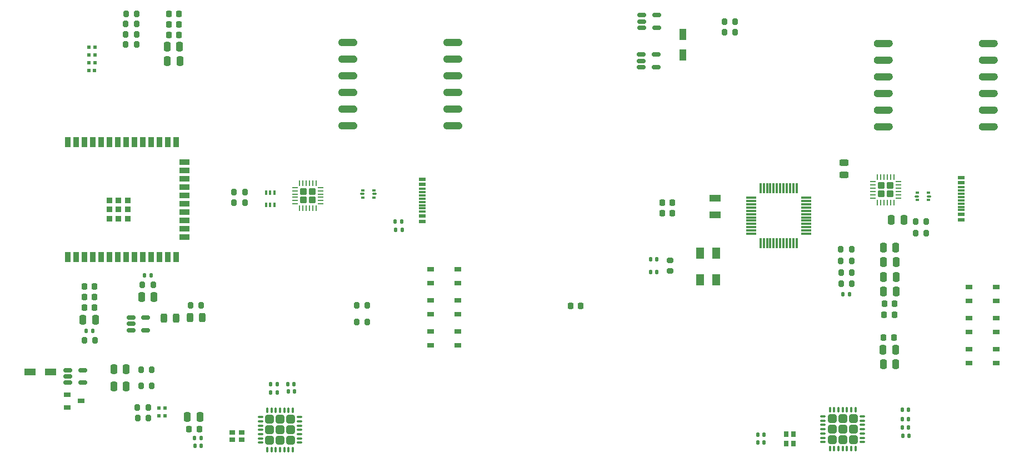
<source format=gbr>
%TF.GenerationSoftware,KiCad,Pcbnew,9.0.0*%
%TF.CreationDate,2025-09-24T11:45:30+09:00*%
%TF.ProjectId,FLP_PCB_set,464c505f-5043-4425-9f73-65742e6b6963,rev?*%
%TF.SameCoordinates,Original*%
%TF.FileFunction,Paste,Top*%
%TF.FilePolarity,Positive*%
%FSLAX46Y46*%
G04 Gerber Fmt 4.6, Leading zero omitted, Abs format (unit mm)*
G04 Created by KiCad (PCBNEW 9.0.0) date 2025-09-24 11:45:30*
%MOMM*%
%LPD*%
G01*
G04 APERTURE LIST*
G04 Aperture macros list*
%AMRoundRect*
0 Rectangle with rounded corners*
0 $1 Rounding radius*
0 $2 $3 $4 $5 $6 $7 $8 $9 X,Y pos of 4 corners*
0 Add a 4 corners polygon primitive as box body*
4,1,4,$2,$3,$4,$5,$6,$7,$8,$9,$2,$3,0*
0 Add four circle primitives for the rounded corners*
1,1,$1+$1,$2,$3*
1,1,$1+$1,$4,$5*
1,1,$1+$1,$6,$7*
1,1,$1+$1,$8,$9*
0 Add four rect primitives between the rounded corners*
20,1,$1+$1,$2,$3,$4,$5,0*
20,1,$1+$1,$4,$5,$6,$7,0*
20,1,$1+$1,$6,$7,$8,$9,0*
20,1,$1+$1,$8,$9,$2,$3,0*%
G04 Aperture macros list end*
%ADD10C,0.010000*%
%ADD11RoundRect,0.250000X-0.250000X-0.475000X0.250000X-0.475000X0.250000X0.475000X-0.250000X0.475000X0*%
%ADD12RoundRect,0.250000X0.275000X0.275000X-0.275000X0.275000X-0.275000X-0.275000X0.275000X-0.275000X0*%
%ADD13RoundRect,0.062500X0.350000X0.062500X-0.350000X0.062500X-0.350000X-0.062500X0.350000X-0.062500X0*%
%ADD14RoundRect,0.062500X0.062500X0.350000X-0.062500X0.350000X-0.062500X-0.350000X0.062500X-0.350000X0*%
%ADD15RoundRect,0.200000X0.200000X0.275000X-0.200000X0.275000X-0.200000X-0.275000X0.200000X-0.275000X0*%
%ADD16RoundRect,0.093750X0.156250X0.093750X-0.156250X0.093750X-0.156250X-0.093750X0.156250X-0.093750X0*%
%ADD17RoundRect,0.075000X0.250000X0.075000X-0.250000X0.075000X-0.250000X-0.075000X0.250000X-0.075000X0*%
%ADD18RoundRect,0.147500X-0.147500X-0.172500X0.147500X-0.172500X0.147500X0.172500X-0.147500X0.172500X0*%
%ADD19R,0.490000X0.600000*%
%ADD20RoundRect,0.140000X-0.140000X-0.170000X0.140000X-0.170000X0.140000X0.170000X-0.140000X0.170000X0*%
%ADD21RoundRect,0.243750X-0.243750X-0.456250X0.243750X-0.456250X0.243750X0.456250X-0.243750X0.456250X0*%
%ADD22RoundRect,0.147500X0.147500X0.172500X-0.147500X0.172500X-0.147500X-0.172500X0.147500X-0.172500X0*%
%ADD23RoundRect,0.200000X-0.200000X-0.275000X0.200000X-0.275000X0.200000X0.275000X-0.200000X0.275000X0*%
%ADD24RoundRect,0.249999X-0.395001X-0.395001X0.395001X-0.395001X0.395001X0.395001X-0.395001X0.395001X0*%
%ADD25RoundRect,0.075000X-0.312500X-0.075000X0.312500X-0.075000X0.312500X0.075000X-0.312500X0.075000X0*%
%ADD26RoundRect,0.075000X-0.075000X-0.312500X0.075000X-0.312500X0.075000X0.312500X-0.075000X0.312500X0*%
%ADD27RoundRect,0.135000X0.135000X0.185000X-0.135000X0.185000X-0.135000X-0.185000X0.135000X-0.185000X0*%
%ADD28R,1.050000X0.650000*%
%ADD29RoundRect,0.200000X-0.275000X0.200000X-0.275000X-0.200000X0.275000X-0.200000X0.275000X0.200000X0*%
%ADD30RoundRect,0.225000X0.225000X0.250000X-0.225000X0.250000X-0.225000X-0.250000X0.225000X-0.250000X0*%
%ADD31R,1.100000X0.650000*%
%ADD32RoundRect,0.225000X-0.225000X-0.250000X0.225000X-0.250000X0.225000X0.250000X-0.225000X0.250000X0*%
%ADD33RoundRect,0.150000X-0.512500X-0.150000X0.512500X-0.150000X0.512500X0.150000X-0.512500X0.150000X0*%
%ADD34RoundRect,0.100000X0.100000X-0.225000X0.100000X0.225000X-0.100000X0.225000X-0.100000X-0.225000X0*%
%ADD35R,0.980000X0.600000*%
%ADD36R,1.000000X0.600000*%
%ADD37R,1.140000X0.300000*%
%ADD38R,0.900000X0.800000*%
%ADD39RoundRect,0.243750X-0.456250X0.243750X-0.456250X-0.243750X0.456250X-0.243750X0.456250X0.243750X0*%
%ADD40R,1.200000X1.800000*%
%ADD41R,0.900000X1.500000*%
%ADD42R,1.500000X0.900000*%
%ADD43R,0.900000X0.900000*%
%ADD44RoundRect,0.243750X0.243750X0.456250X-0.243750X0.456250X-0.243750X-0.456250X0.243750X-0.456250X0*%
%ADD45R,1.010000X1.680000*%
%ADD46R,0.800000X0.900000*%
%ADD47RoundRect,0.070000X-0.710000X-0.070000X0.710000X-0.070000X0.710000X0.070000X-0.710000X0.070000X0*%
%ADD48RoundRect,0.070000X-0.070000X-0.710000X0.070000X-0.710000X0.070000X0.710000X-0.070000X0.710000X0*%
%ADD49R,1.800000X1.000000*%
%ADD50R,1.680000X1.010000*%
G04 APERTURE END LIST*
D10*
%TO.C,U1*%
X107592000Y-35183000D02*
X107644000Y-35191000D01*
X107695000Y-35204000D01*
X107743000Y-35223000D01*
X107790000Y-35247000D01*
X107834000Y-35275000D01*
X107875000Y-35308000D01*
X107912000Y-35345000D01*
X107945000Y-35386000D01*
X107973000Y-35430000D01*
X107997000Y-35477000D01*
X108016000Y-35525000D01*
X108029000Y-35576000D01*
X108037000Y-35628000D01*
X108040000Y-35680000D01*
X108037000Y-35732000D01*
X108029000Y-35784000D01*
X108016000Y-35835000D01*
X107997000Y-35883000D01*
X107973000Y-35930000D01*
X107945000Y-35974000D01*
X107912000Y-36015000D01*
X107875000Y-36052000D01*
X107834000Y-36085000D01*
X107790000Y-36113000D01*
X107743000Y-36137000D01*
X107695000Y-36156000D01*
X107644000Y-36169000D01*
X107592000Y-36177000D01*
X107540000Y-36180000D01*
X105740000Y-36180000D01*
X105688000Y-36177000D01*
X105636000Y-36169000D01*
X105585000Y-36156000D01*
X105537000Y-36137000D01*
X105490000Y-36113000D01*
X105446000Y-36085000D01*
X105405000Y-36052000D01*
X105368000Y-36015000D01*
X105335000Y-35974000D01*
X105307000Y-35930000D01*
X105283000Y-35883000D01*
X105264000Y-35835000D01*
X105251000Y-35784000D01*
X105243000Y-35732000D01*
X105240000Y-35680000D01*
X105243000Y-35628000D01*
X105251000Y-35576000D01*
X105264000Y-35525000D01*
X105283000Y-35477000D01*
X105307000Y-35430000D01*
X105335000Y-35386000D01*
X105368000Y-35345000D01*
X105405000Y-35308000D01*
X105446000Y-35275000D01*
X105490000Y-35247000D01*
X105537000Y-35223000D01*
X105585000Y-35204000D01*
X105636000Y-35191000D01*
X105688000Y-35183000D01*
X105740000Y-35180000D01*
X107540000Y-35180000D01*
X107592000Y-35183000D01*
G36*
X107592000Y-35183000D02*
G01*
X107644000Y-35191000D01*
X107695000Y-35204000D01*
X107743000Y-35223000D01*
X107790000Y-35247000D01*
X107834000Y-35275000D01*
X107875000Y-35308000D01*
X107912000Y-35345000D01*
X107945000Y-35386000D01*
X107973000Y-35430000D01*
X107997000Y-35477000D01*
X108016000Y-35525000D01*
X108029000Y-35576000D01*
X108037000Y-35628000D01*
X108040000Y-35680000D01*
X108037000Y-35732000D01*
X108029000Y-35784000D01*
X108016000Y-35835000D01*
X107997000Y-35883000D01*
X107973000Y-35930000D01*
X107945000Y-35974000D01*
X107912000Y-36015000D01*
X107875000Y-36052000D01*
X107834000Y-36085000D01*
X107790000Y-36113000D01*
X107743000Y-36137000D01*
X107695000Y-36156000D01*
X107644000Y-36169000D01*
X107592000Y-36177000D01*
X107540000Y-36180000D01*
X105740000Y-36180000D01*
X105688000Y-36177000D01*
X105636000Y-36169000D01*
X105585000Y-36156000D01*
X105537000Y-36137000D01*
X105490000Y-36113000D01*
X105446000Y-36085000D01*
X105405000Y-36052000D01*
X105368000Y-36015000D01*
X105335000Y-35974000D01*
X105307000Y-35930000D01*
X105283000Y-35883000D01*
X105264000Y-35835000D01*
X105251000Y-35784000D01*
X105243000Y-35732000D01*
X105240000Y-35680000D01*
X105243000Y-35628000D01*
X105251000Y-35576000D01*
X105264000Y-35525000D01*
X105283000Y-35477000D01*
X105307000Y-35430000D01*
X105335000Y-35386000D01*
X105368000Y-35345000D01*
X105405000Y-35308000D01*
X105446000Y-35275000D01*
X105490000Y-35247000D01*
X105537000Y-35223000D01*
X105585000Y-35204000D01*
X105636000Y-35191000D01*
X105688000Y-35183000D01*
X105740000Y-35180000D01*
X107540000Y-35180000D01*
X107592000Y-35183000D01*
G37*
X107592000Y-37723000D02*
X107644000Y-37731000D01*
X107695000Y-37744000D01*
X107743000Y-37763000D01*
X107790000Y-37787000D01*
X107834000Y-37815000D01*
X107875000Y-37848000D01*
X107912000Y-37885000D01*
X107945000Y-37926000D01*
X107973000Y-37970000D01*
X107997000Y-38017000D01*
X108016000Y-38065000D01*
X108029000Y-38116000D01*
X108037000Y-38168000D01*
X108040000Y-38220000D01*
X108037000Y-38272000D01*
X108029000Y-38324000D01*
X108016000Y-38375000D01*
X107997000Y-38423000D01*
X107973000Y-38470000D01*
X107945000Y-38514000D01*
X107912000Y-38555000D01*
X107875000Y-38592000D01*
X107834000Y-38625000D01*
X107790000Y-38653000D01*
X107743000Y-38677000D01*
X107695000Y-38696000D01*
X107644000Y-38709000D01*
X107592000Y-38717000D01*
X107540000Y-38720000D01*
X105740000Y-38720000D01*
X105688000Y-38717000D01*
X105636000Y-38709000D01*
X105585000Y-38696000D01*
X105537000Y-38677000D01*
X105490000Y-38653000D01*
X105446000Y-38625000D01*
X105405000Y-38592000D01*
X105368000Y-38555000D01*
X105335000Y-38514000D01*
X105307000Y-38470000D01*
X105283000Y-38423000D01*
X105264000Y-38375000D01*
X105251000Y-38324000D01*
X105243000Y-38272000D01*
X105240000Y-38220000D01*
X105243000Y-38168000D01*
X105251000Y-38116000D01*
X105264000Y-38065000D01*
X105283000Y-38017000D01*
X105307000Y-37970000D01*
X105335000Y-37926000D01*
X105368000Y-37885000D01*
X105405000Y-37848000D01*
X105446000Y-37815000D01*
X105490000Y-37787000D01*
X105537000Y-37763000D01*
X105585000Y-37744000D01*
X105636000Y-37731000D01*
X105688000Y-37723000D01*
X105740000Y-37720000D01*
X107540000Y-37720000D01*
X107592000Y-37723000D01*
G36*
X107592000Y-37723000D02*
G01*
X107644000Y-37731000D01*
X107695000Y-37744000D01*
X107743000Y-37763000D01*
X107790000Y-37787000D01*
X107834000Y-37815000D01*
X107875000Y-37848000D01*
X107912000Y-37885000D01*
X107945000Y-37926000D01*
X107973000Y-37970000D01*
X107997000Y-38017000D01*
X108016000Y-38065000D01*
X108029000Y-38116000D01*
X108037000Y-38168000D01*
X108040000Y-38220000D01*
X108037000Y-38272000D01*
X108029000Y-38324000D01*
X108016000Y-38375000D01*
X107997000Y-38423000D01*
X107973000Y-38470000D01*
X107945000Y-38514000D01*
X107912000Y-38555000D01*
X107875000Y-38592000D01*
X107834000Y-38625000D01*
X107790000Y-38653000D01*
X107743000Y-38677000D01*
X107695000Y-38696000D01*
X107644000Y-38709000D01*
X107592000Y-38717000D01*
X107540000Y-38720000D01*
X105740000Y-38720000D01*
X105688000Y-38717000D01*
X105636000Y-38709000D01*
X105585000Y-38696000D01*
X105537000Y-38677000D01*
X105490000Y-38653000D01*
X105446000Y-38625000D01*
X105405000Y-38592000D01*
X105368000Y-38555000D01*
X105335000Y-38514000D01*
X105307000Y-38470000D01*
X105283000Y-38423000D01*
X105264000Y-38375000D01*
X105251000Y-38324000D01*
X105243000Y-38272000D01*
X105240000Y-38220000D01*
X105243000Y-38168000D01*
X105251000Y-38116000D01*
X105264000Y-38065000D01*
X105283000Y-38017000D01*
X105307000Y-37970000D01*
X105335000Y-37926000D01*
X105368000Y-37885000D01*
X105405000Y-37848000D01*
X105446000Y-37815000D01*
X105490000Y-37787000D01*
X105537000Y-37763000D01*
X105585000Y-37744000D01*
X105636000Y-37731000D01*
X105688000Y-37723000D01*
X105740000Y-37720000D01*
X107540000Y-37720000D01*
X107592000Y-37723000D01*
G37*
X107592000Y-40263000D02*
X107644000Y-40271000D01*
X107695000Y-40284000D01*
X107743000Y-40303000D01*
X107790000Y-40327000D01*
X107834000Y-40355000D01*
X107875000Y-40388000D01*
X107912000Y-40425000D01*
X107945000Y-40466000D01*
X107973000Y-40510000D01*
X107997000Y-40557000D01*
X108016000Y-40605000D01*
X108029000Y-40656000D01*
X108037000Y-40708000D01*
X108040000Y-40760000D01*
X108037000Y-40812000D01*
X108029000Y-40864000D01*
X108016000Y-40915000D01*
X107997000Y-40963000D01*
X107973000Y-41010000D01*
X107945000Y-41054000D01*
X107912000Y-41095000D01*
X107875000Y-41132000D01*
X107834000Y-41165000D01*
X107790000Y-41193000D01*
X107743000Y-41217000D01*
X107695000Y-41236000D01*
X107644000Y-41249000D01*
X107592000Y-41257000D01*
X107540000Y-41260000D01*
X105740000Y-41260000D01*
X105688000Y-41257000D01*
X105636000Y-41249000D01*
X105585000Y-41236000D01*
X105537000Y-41217000D01*
X105490000Y-41193000D01*
X105446000Y-41165000D01*
X105405000Y-41132000D01*
X105368000Y-41095000D01*
X105335000Y-41054000D01*
X105307000Y-41010000D01*
X105283000Y-40963000D01*
X105264000Y-40915000D01*
X105251000Y-40864000D01*
X105243000Y-40812000D01*
X105240000Y-40760000D01*
X105243000Y-40708000D01*
X105251000Y-40656000D01*
X105264000Y-40605000D01*
X105283000Y-40557000D01*
X105307000Y-40510000D01*
X105335000Y-40466000D01*
X105368000Y-40425000D01*
X105405000Y-40388000D01*
X105446000Y-40355000D01*
X105490000Y-40327000D01*
X105537000Y-40303000D01*
X105585000Y-40284000D01*
X105636000Y-40271000D01*
X105688000Y-40263000D01*
X105740000Y-40260000D01*
X107540000Y-40260000D01*
X107592000Y-40263000D01*
G36*
X107592000Y-40263000D02*
G01*
X107644000Y-40271000D01*
X107695000Y-40284000D01*
X107743000Y-40303000D01*
X107790000Y-40327000D01*
X107834000Y-40355000D01*
X107875000Y-40388000D01*
X107912000Y-40425000D01*
X107945000Y-40466000D01*
X107973000Y-40510000D01*
X107997000Y-40557000D01*
X108016000Y-40605000D01*
X108029000Y-40656000D01*
X108037000Y-40708000D01*
X108040000Y-40760000D01*
X108037000Y-40812000D01*
X108029000Y-40864000D01*
X108016000Y-40915000D01*
X107997000Y-40963000D01*
X107973000Y-41010000D01*
X107945000Y-41054000D01*
X107912000Y-41095000D01*
X107875000Y-41132000D01*
X107834000Y-41165000D01*
X107790000Y-41193000D01*
X107743000Y-41217000D01*
X107695000Y-41236000D01*
X107644000Y-41249000D01*
X107592000Y-41257000D01*
X107540000Y-41260000D01*
X105740000Y-41260000D01*
X105688000Y-41257000D01*
X105636000Y-41249000D01*
X105585000Y-41236000D01*
X105537000Y-41217000D01*
X105490000Y-41193000D01*
X105446000Y-41165000D01*
X105405000Y-41132000D01*
X105368000Y-41095000D01*
X105335000Y-41054000D01*
X105307000Y-41010000D01*
X105283000Y-40963000D01*
X105264000Y-40915000D01*
X105251000Y-40864000D01*
X105243000Y-40812000D01*
X105240000Y-40760000D01*
X105243000Y-40708000D01*
X105251000Y-40656000D01*
X105264000Y-40605000D01*
X105283000Y-40557000D01*
X105307000Y-40510000D01*
X105335000Y-40466000D01*
X105368000Y-40425000D01*
X105405000Y-40388000D01*
X105446000Y-40355000D01*
X105490000Y-40327000D01*
X105537000Y-40303000D01*
X105585000Y-40284000D01*
X105636000Y-40271000D01*
X105688000Y-40263000D01*
X105740000Y-40260000D01*
X107540000Y-40260000D01*
X107592000Y-40263000D01*
G37*
X107592000Y-42803000D02*
X107644000Y-42811000D01*
X107695000Y-42824000D01*
X107743000Y-42843000D01*
X107790000Y-42867000D01*
X107834000Y-42895000D01*
X107875000Y-42928000D01*
X107912000Y-42965000D01*
X107945000Y-43006000D01*
X107973000Y-43050000D01*
X107997000Y-43097000D01*
X108016000Y-43145000D01*
X108029000Y-43196000D01*
X108037000Y-43248000D01*
X108040000Y-43300000D01*
X108037000Y-43352000D01*
X108029000Y-43404000D01*
X108016000Y-43455000D01*
X107997000Y-43503000D01*
X107973000Y-43550000D01*
X107945000Y-43594000D01*
X107912000Y-43635000D01*
X107875000Y-43672000D01*
X107834000Y-43705000D01*
X107790000Y-43733000D01*
X107743000Y-43757000D01*
X107695000Y-43776000D01*
X107644000Y-43789000D01*
X107592000Y-43797000D01*
X107540000Y-43800000D01*
X105740000Y-43800000D01*
X105688000Y-43797000D01*
X105636000Y-43789000D01*
X105585000Y-43776000D01*
X105537000Y-43757000D01*
X105490000Y-43733000D01*
X105446000Y-43705000D01*
X105405000Y-43672000D01*
X105368000Y-43635000D01*
X105335000Y-43594000D01*
X105307000Y-43550000D01*
X105283000Y-43503000D01*
X105264000Y-43455000D01*
X105251000Y-43404000D01*
X105243000Y-43352000D01*
X105240000Y-43300000D01*
X105243000Y-43248000D01*
X105251000Y-43196000D01*
X105264000Y-43145000D01*
X105283000Y-43097000D01*
X105307000Y-43050000D01*
X105335000Y-43006000D01*
X105368000Y-42965000D01*
X105405000Y-42928000D01*
X105446000Y-42895000D01*
X105490000Y-42867000D01*
X105537000Y-42843000D01*
X105585000Y-42824000D01*
X105636000Y-42811000D01*
X105688000Y-42803000D01*
X105740000Y-42800000D01*
X107540000Y-42800000D01*
X107592000Y-42803000D01*
G36*
X107592000Y-42803000D02*
G01*
X107644000Y-42811000D01*
X107695000Y-42824000D01*
X107743000Y-42843000D01*
X107790000Y-42867000D01*
X107834000Y-42895000D01*
X107875000Y-42928000D01*
X107912000Y-42965000D01*
X107945000Y-43006000D01*
X107973000Y-43050000D01*
X107997000Y-43097000D01*
X108016000Y-43145000D01*
X108029000Y-43196000D01*
X108037000Y-43248000D01*
X108040000Y-43300000D01*
X108037000Y-43352000D01*
X108029000Y-43404000D01*
X108016000Y-43455000D01*
X107997000Y-43503000D01*
X107973000Y-43550000D01*
X107945000Y-43594000D01*
X107912000Y-43635000D01*
X107875000Y-43672000D01*
X107834000Y-43705000D01*
X107790000Y-43733000D01*
X107743000Y-43757000D01*
X107695000Y-43776000D01*
X107644000Y-43789000D01*
X107592000Y-43797000D01*
X107540000Y-43800000D01*
X105740000Y-43800000D01*
X105688000Y-43797000D01*
X105636000Y-43789000D01*
X105585000Y-43776000D01*
X105537000Y-43757000D01*
X105490000Y-43733000D01*
X105446000Y-43705000D01*
X105405000Y-43672000D01*
X105368000Y-43635000D01*
X105335000Y-43594000D01*
X105307000Y-43550000D01*
X105283000Y-43503000D01*
X105264000Y-43455000D01*
X105251000Y-43404000D01*
X105243000Y-43352000D01*
X105240000Y-43300000D01*
X105243000Y-43248000D01*
X105251000Y-43196000D01*
X105264000Y-43145000D01*
X105283000Y-43097000D01*
X105307000Y-43050000D01*
X105335000Y-43006000D01*
X105368000Y-42965000D01*
X105405000Y-42928000D01*
X105446000Y-42895000D01*
X105490000Y-42867000D01*
X105537000Y-42843000D01*
X105585000Y-42824000D01*
X105636000Y-42811000D01*
X105688000Y-42803000D01*
X105740000Y-42800000D01*
X107540000Y-42800000D01*
X107592000Y-42803000D01*
G37*
X107592000Y-45343000D02*
X107644000Y-45351000D01*
X107695000Y-45364000D01*
X107743000Y-45383000D01*
X107790000Y-45407000D01*
X107834000Y-45435000D01*
X107875000Y-45468000D01*
X107912000Y-45505000D01*
X107945000Y-45546000D01*
X107973000Y-45590000D01*
X107997000Y-45637000D01*
X108016000Y-45685000D01*
X108029000Y-45736000D01*
X108037000Y-45788000D01*
X108040000Y-45840000D01*
X108037000Y-45892000D01*
X108029000Y-45944000D01*
X108016000Y-45995000D01*
X107997000Y-46043000D01*
X107973000Y-46090000D01*
X107945000Y-46134000D01*
X107912000Y-46175000D01*
X107875000Y-46212000D01*
X107834000Y-46245000D01*
X107790000Y-46273000D01*
X107743000Y-46297000D01*
X107695000Y-46316000D01*
X107644000Y-46329000D01*
X107592000Y-46337000D01*
X107540000Y-46340000D01*
X105740000Y-46340000D01*
X105688000Y-46337000D01*
X105636000Y-46329000D01*
X105585000Y-46316000D01*
X105537000Y-46297000D01*
X105490000Y-46273000D01*
X105446000Y-46245000D01*
X105405000Y-46212000D01*
X105368000Y-46175000D01*
X105335000Y-46134000D01*
X105307000Y-46090000D01*
X105283000Y-46043000D01*
X105264000Y-45995000D01*
X105251000Y-45944000D01*
X105243000Y-45892000D01*
X105240000Y-45840000D01*
X105243000Y-45788000D01*
X105251000Y-45736000D01*
X105264000Y-45685000D01*
X105283000Y-45637000D01*
X105307000Y-45590000D01*
X105335000Y-45546000D01*
X105368000Y-45505000D01*
X105405000Y-45468000D01*
X105446000Y-45435000D01*
X105490000Y-45407000D01*
X105537000Y-45383000D01*
X105585000Y-45364000D01*
X105636000Y-45351000D01*
X105688000Y-45343000D01*
X105740000Y-45340000D01*
X107540000Y-45340000D01*
X107592000Y-45343000D01*
G36*
X107592000Y-45343000D02*
G01*
X107644000Y-45351000D01*
X107695000Y-45364000D01*
X107743000Y-45383000D01*
X107790000Y-45407000D01*
X107834000Y-45435000D01*
X107875000Y-45468000D01*
X107912000Y-45505000D01*
X107945000Y-45546000D01*
X107973000Y-45590000D01*
X107997000Y-45637000D01*
X108016000Y-45685000D01*
X108029000Y-45736000D01*
X108037000Y-45788000D01*
X108040000Y-45840000D01*
X108037000Y-45892000D01*
X108029000Y-45944000D01*
X108016000Y-45995000D01*
X107997000Y-46043000D01*
X107973000Y-46090000D01*
X107945000Y-46134000D01*
X107912000Y-46175000D01*
X107875000Y-46212000D01*
X107834000Y-46245000D01*
X107790000Y-46273000D01*
X107743000Y-46297000D01*
X107695000Y-46316000D01*
X107644000Y-46329000D01*
X107592000Y-46337000D01*
X107540000Y-46340000D01*
X105740000Y-46340000D01*
X105688000Y-46337000D01*
X105636000Y-46329000D01*
X105585000Y-46316000D01*
X105537000Y-46297000D01*
X105490000Y-46273000D01*
X105446000Y-46245000D01*
X105405000Y-46212000D01*
X105368000Y-46175000D01*
X105335000Y-46134000D01*
X105307000Y-46090000D01*
X105283000Y-46043000D01*
X105264000Y-45995000D01*
X105251000Y-45944000D01*
X105243000Y-45892000D01*
X105240000Y-45840000D01*
X105243000Y-45788000D01*
X105251000Y-45736000D01*
X105264000Y-45685000D01*
X105283000Y-45637000D01*
X105307000Y-45590000D01*
X105335000Y-45546000D01*
X105368000Y-45505000D01*
X105405000Y-45468000D01*
X105446000Y-45435000D01*
X105490000Y-45407000D01*
X105537000Y-45383000D01*
X105585000Y-45364000D01*
X105636000Y-45351000D01*
X105688000Y-45343000D01*
X105740000Y-45340000D01*
X107540000Y-45340000D01*
X107592000Y-45343000D01*
G37*
X107592000Y-47883000D02*
X107644000Y-47891000D01*
X107695000Y-47904000D01*
X107743000Y-47923000D01*
X107790000Y-47947000D01*
X107834000Y-47975000D01*
X107875000Y-48008000D01*
X107912000Y-48045000D01*
X107945000Y-48086000D01*
X107973000Y-48130000D01*
X107997000Y-48177000D01*
X108016000Y-48225000D01*
X108029000Y-48276000D01*
X108037000Y-48328000D01*
X108040000Y-48380000D01*
X108037000Y-48432000D01*
X108029000Y-48484000D01*
X108016000Y-48535000D01*
X107997000Y-48583000D01*
X107973000Y-48630000D01*
X107945000Y-48674000D01*
X107912000Y-48715000D01*
X107875000Y-48752000D01*
X107834000Y-48785000D01*
X107790000Y-48813000D01*
X107743000Y-48837000D01*
X107695000Y-48856000D01*
X107644000Y-48869000D01*
X107592000Y-48877000D01*
X107540000Y-48880000D01*
X105740000Y-48880000D01*
X105688000Y-48877000D01*
X105636000Y-48869000D01*
X105585000Y-48856000D01*
X105537000Y-48837000D01*
X105490000Y-48813000D01*
X105446000Y-48785000D01*
X105405000Y-48752000D01*
X105368000Y-48715000D01*
X105335000Y-48674000D01*
X105307000Y-48630000D01*
X105283000Y-48583000D01*
X105264000Y-48535000D01*
X105251000Y-48484000D01*
X105243000Y-48432000D01*
X105240000Y-48380000D01*
X105243000Y-48328000D01*
X105251000Y-48276000D01*
X105264000Y-48225000D01*
X105283000Y-48177000D01*
X105307000Y-48130000D01*
X105335000Y-48086000D01*
X105368000Y-48045000D01*
X105405000Y-48008000D01*
X105446000Y-47975000D01*
X105490000Y-47947000D01*
X105537000Y-47923000D01*
X105585000Y-47904000D01*
X105636000Y-47891000D01*
X105688000Y-47883000D01*
X105740000Y-47880000D01*
X107540000Y-47880000D01*
X107592000Y-47883000D01*
G36*
X107592000Y-47883000D02*
G01*
X107644000Y-47891000D01*
X107695000Y-47904000D01*
X107743000Y-47923000D01*
X107790000Y-47947000D01*
X107834000Y-47975000D01*
X107875000Y-48008000D01*
X107912000Y-48045000D01*
X107945000Y-48086000D01*
X107973000Y-48130000D01*
X107997000Y-48177000D01*
X108016000Y-48225000D01*
X108029000Y-48276000D01*
X108037000Y-48328000D01*
X108040000Y-48380000D01*
X108037000Y-48432000D01*
X108029000Y-48484000D01*
X108016000Y-48535000D01*
X107997000Y-48583000D01*
X107973000Y-48630000D01*
X107945000Y-48674000D01*
X107912000Y-48715000D01*
X107875000Y-48752000D01*
X107834000Y-48785000D01*
X107790000Y-48813000D01*
X107743000Y-48837000D01*
X107695000Y-48856000D01*
X107644000Y-48869000D01*
X107592000Y-48877000D01*
X107540000Y-48880000D01*
X105740000Y-48880000D01*
X105688000Y-48877000D01*
X105636000Y-48869000D01*
X105585000Y-48856000D01*
X105537000Y-48837000D01*
X105490000Y-48813000D01*
X105446000Y-48785000D01*
X105405000Y-48752000D01*
X105368000Y-48715000D01*
X105335000Y-48674000D01*
X105307000Y-48630000D01*
X105283000Y-48583000D01*
X105264000Y-48535000D01*
X105251000Y-48484000D01*
X105243000Y-48432000D01*
X105240000Y-48380000D01*
X105243000Y-48328000D01*
X105251000Y-48276000D01*
X105264000Y-48225000D01*
X105283000Y-48177000D01*
X105307000Y-48130000D01*
X105335000Y-48086000D01*
X105368000Y-48045000D01*
X105405000Y-48008000D01*
X105446000Y-47975000D01*
X105490000Y-47947000D01*
X105537000Y-47923000D01*
X105585000Y-47904000D01*
X105636000Y-47891000D01*
X105688000Y-47883000D01*
X105740000Y-47880000D01*
X107540000Y-47880000D01*
X107592000Y-47883000D01*
G37*
X91592000Y-35183000D02*
X91644000Y-35191000D01*
X91695000Y-35204000D01*
X91743000Y-35223000D01*
X91790000Y-35247000D01*
X91834000Y-35275000D01*
X91875000Y-35308000D01*
X91912000Y-35345000D01*
X91945000Y-35386000D01*
X91973000Y-35430000D01*
X91997000Y-35477000D01*
X92016000Y-35525000D01*
X92029000Y-35576000D01*
X92037000Y-35628000D01*
X92040000Y-35680000D01*
X92037000Y-35732000D01*
X92029000Y-35784000D01*
X92016000Y-35835000D01*
X91997000Y-35883000D01*
X91973000Y-35930000D01*
X91945000Y-35974000D01*
X91912000Y-36015000D01*
X91875000Y-36052000D01*
X91834000Y-36085000D01*
X91790000Y-36113000D01*
X91743000Y-36137000D01*
X91695000Y-36156000D01*
X91644000Y-36169000D01*
X91592000Y-36177000D01*
X91540000Y-36180000D01*
X89740000Y-36180000D01*
X89688000Y-36177000D01*
X89636000Y-36169000D01*
X89585000Y-36156000D01*
X89537000Y-36137000D01*
X89490000Y-36113000D01*
X89446000Y-36085000D01*
X89405000Y-36052000D01*
X89368000Y-36015000D01*
X89335000Y-35974000D01*
X89307000Y-35930000D01*
X89283000Y-35883000D01*
X89264000Y-35835000D01*
X89251000Y-35784000D01*
X89243000Y-35732000D01*
X89240000Y-35680000D01*
X89243000Y-35628000D01*
X89251000Y-35576000D01*
X89264000Y-35525000D01*
X89283000Y-35477000D01*
X89307000Y-35430000D01*
X89335000Y-35386000D01*
X89368000Y-35345000D01*
X89405000Y-35308000D01*
X89446000Y-35275000D01*
X89490000Y-35247000D01*
X89537000Y-35223000D01*
X89585000Y-35204000D01*
X89636000Y-35191000D01*
X89688000Y-35183000D01*
X89740000Y-35180000D01*
X90640000Y-35180000D01*
X91440000Y-35180000D01*
X91540000Y-35180000D01*
X91592000Y-35183000D01*
G36*
X91592000Y-35183000D02*
G01*
X91644000Y-35191000D01*
X91695000Y-35204000D01*
X91743000Y-35223000D01*
X91790000Y-35247000D01*
X91834000Y-35275000D01*
X91875000Y-35308000D01*
X91912000Y-35345000D01*
X91945000Y-35386000D01*
X91973000Y-35430000D01*
X91997000Y-35477000D01*
X92016000Y-35525000D01*
X92029000Y-35576000D01*
X92037000Y-35628000D01*
X92040000Y-35680000D01*
X92037000Y-35732000D01*
X92029000Y-35784000D01*
X92016000Y-35835000D01*
X91997000Y-35883000D01*
X91973000Y-35930000D01*
X91945000Y-35974000D01*
X91912000Y-36015000D01*
X91875000Y-36052000D01*
X91834000Y-36085000D01*
X91790000Y-36113000D01*
X91743000Y-36137000D01*
X91695000Y-36156000D01*
X91644000Y-36169000D01*
X91592000Y-36177000D01*
X91540000Y-36180000D01*
X89740000Y-36180000D01*
X89688000Y-36177000D01*
X89636000Y-36169000D01*
X89585000Y-36156000D01*
X89537000Y-36137000D01*
X89490000Y-36113000D01*
X89446000Y-36085000D01*
X89405000Y-36052000D01*
X89368000Y-36015000D01*
X89335000Y-35974000D01*
X89307000Y-35930000D01*
X89283000Y-35883000D01*
X89264000Y-35835000D01*
X89251000Y-35784000D01*
X89243000Y-35732000D01*
X89240000Y-35680000D01*
X89243000Y-35628000D01*
X89251000Y-35576000D01*
X89264000Y-35525000D01*
X89283000Y-35477000D01*
X89307000Y-35430000D01*
X89335000Y-35386000D01*
X89368000Y-35345000D01*
X89405000Y-35308000D01*
X89446000Y-35275000D01*
X89490000Y-35247000D01*
X89537000Y-35223000D01*
X89585000Y-35204000D01*
X89636000Y-35191000D01*
X89688000Y-35183000D01*
X89740000Y-35180000D01*
X90640000Y-35180000D01*
X91440000Y-35180000D01*
X91540000Y-35180000D01*
X91592000Y-35183000D01*
G37*
X91592000Y-37723000D02*
X91644000Y-37731000D01*
X91695000Y-37744000D01*
X91743000Y-37763000D01*
X91790000Y-37787000D01*
X91834000Y-37815000D01*
X91875000Y-37848000D01*
X91912000Y-37885000D01*
X91945000Y-37926000D01*
X91973000Y-37970000D01*
X91997000Y-38017000D01*
X92016000Y-38065000D01*
X92029000Y-38116000D01*
X92037000Y-38168000D01*
X92040000Y-38220000D01*
X92037000Y-38272000D01*
X92029000Y-38324000D01*
X92016000Y-38375000D01*
X91997000Y-38423000D01*
X91973000Y-38470000D01*
X91945000Y-38514000D01*
X91912000Y-38555000D01*
X91875000Y-38592000D01*
X91834000Y-38625000D01*
X91790000Y-38653000D01*
X91743000Y-38677000D01*
X91695000Y-38696000D01*
X91644000Y-38709000D01*
X91592000Y-38717000D01*
X91540000Y-38720000D01*
X89740000Y-38720000D01*
X89688000Y-38717000D01*
X89636000Y-38709000D01*
X89585000Y-38696000D01*
X89537000Y-38677000D01*
X89490000Y-38653000D01*
X89446000Y-38625000D01*
X89405000Y-38592000D01*
X89368000Y-38555000D01*
X89335000Y-38514000D01*
X89307000Y-38470000D01*
X89283000Y-38423000D01*
X89264000Y-38375000D01*
X89251000Y-38324000D01*
X89243000Y-38272000D01*
X89240000Y-38220000D01*
X89243000Y-38168000D01*
X89251000Y-38116000D01*
X89264000Y-38065000D01*
X89283000Y-38017000D01*
X89307000Y-37970000D01*
X89335000Y-37926000D01*
X89368000Y-37885000D01*
X89405000Y-37848000D01*
X89446000Y-37815000D01*
X89490000Y-37787000D01*
X89537000Y-37763000D01*
X89585000Y-37744000D01*
X89636000Y-37731000D01*
X89688000Y-37723000D01*
X89740000Y-37720000D01*
X90640000Y-37720000D01*
X91440000Y-37720000D01*
X91540000Y-37720000D01*
X91592000Y-37723000D01*
G36*
X91592000Y-37723000D02*
G01*
X91644000Y-37731000D01*
X91695000Y-37744000D01*
X91743000Y-37763000D01*
X91790000Y-37787000D01*
X91834000Y-37815000D01*
X91875000Y-37848000D01*
X91912000Y-37885000D01*
X91945000Y-37926000D01*
X91973000Y-37970000D01*
X91997000Y-38017000D01*
X92016000Y-38065000D01*
X92029000Y-38116000D01*
X92037000Y-38168000D01*
X92040000Y-38220000D01*
X92037000Y-38272000D01*
X92029000Y-38324000D01*
X92016000Y-38375000D01*
X91997000Y-38423000D01*
X91973000Y-38470000D01*
X91945000Y-38514000D01*
X91912000Y-38555000D01*
X91875000Y-38592000D01*
X91834000Y-38625000D01*
X91790000Y-38653000D01*
X91743000Y-38677000D01*
X91695000Y-38696000D01*
X91644000Y-38709000D01*
X91592000Y-38717000D01*
X91540000Y-38720000D01*
X89740000Y-38720000D01*
X89688000Y-38717000D01*
X89636000Y-38709000D01*
X89585000Y-38696000D01*
X89537000Y-38677000D01*
X89490000Y-38653000D01*
X89446000Y-38625000D01*
X89405000Y-38592000D01*
X89368000Y-38555000D01*
X89335000Y-38514000D01*
X89307000Y-38470000D01*
X89283000Y-38423000D01*
X89264000Y-38375000D01*
X89251000Y-38324000D01*
X89243000Y-38272000D01*
X89240000Y-38220000D01*
X89243000Y-38168000D01*
X89251000Y-38116000D01*
X89264000Y-38065000D01*
X89283000Y-38017000D01*
X89307000Y-37970000D01*
X89335000Y-37926000D01*
X89368000Y-37885000D01*
X89405000Y-37848000D01*
X89446000Y-37815000D01*
X89490000Y-37787000D01*
X89537000Y-37763000D01*
X89585000Y-37744000D01*
X89636000Y-37731000D01*
X89688000Y-37723000D01*
X89740000Y-37720000D01*
X90640000Y-37720000D01*
X91440000Y-37720000D01*
X91540000Y-37720000D01*
X91592000Y-37723000D01*
G37*
X91592000Y-40263000D02*
X91644000Y-40271000D01*
X91695000Y-40284000D01*
X91743000Y-40303000D01*
X91790000Y-40327000D01*
X91834000Y-40355000D01*
X91875000Y-40388000D01*
X91912000Y-40425000D01*
X91945000Y-40466000D01*
X91973000Y-40510000D01*
X91997000Y-40557000D01*
X92016000Y-40605000D01*
X92029000Y-40656000D01*
X92037000Y-40708000D01*
X92040000Y-40760000D01*
X92037000Y-40812000D01*
X92029000Y-40864000D01*
X92016000Y-40915000D01*
X91997000Y-40963000D01*
X91973000Y-41010000D01*
X91945000Y-41054000D01*
X91912000Y-41095000D01*
X91875000Y-41132000D01*
X91834000Y-41165000D01*
X91790000Y-41193000D01*
X91743000Y-41217000D01*
X91695000Y-41236000D01*
X91644000Y-41249000D01*
X91592000Y-41257000D01*
X91540000Y-41260000D01*
X89740000Y-41260000D01*
X89688000Y-41257000D01*
X89636000Y-41249000D01*
X89585000Y-41236000D01*
X89537000Y-41217000D01*
X89490000Y-41193000D01*
X89446000Y-41165000D01*
X89405000Y-41132000D01*
X89368000Y-41095000D01*
X89335000Y-41054000D01*
X89307000Y-41010000D01*
X89283000Y-40963000D01*
X89264000Y-40915000D01*
X89251000Y-40864000D01*
X89243000Y-40812000D01*
X89240000Y-40760000D01*
X89243000Y-40708000D01*
X89251000Y-40656000D01*
X89264000Y-40605000D01*
X89283000Y-40557000D01*
X89307000Y-40510000D01*
X89335000Y-40466000D01*
X89368000Y-40425000D01*
X89405000Y-40388000D01*
X89446000Y-40355000D01*
X89490000Y-40327000D01*
X89537000Y-40303000D01*
X89585000Y-40284000D01*
X89636000Y-40271000D01*
X89688000Y-40263000D01*
X89740000Y-40260000D01*
X90640000Y-40260000D01*
X91440000Y-40260000D01*
X91540000Y-40260000D01*
X91592000Y-40263000D01*
G36*
X91592000Y-40263000D02*
G01*
X91644000Y-40271000D01*
X91695000Y-40284000D01*
X91743000Y-40303000D01*
X91790000Y-40327000D01*
X91834000Y-40355000D01*
X91875000Y-40388000D01*
X91912000Y-40425000D01*
X91945000Y-40466000D01*
X91973000Y-40510000D01*
X91997000Y-40557000D01*
X92016000Y-40605000D01*
X92029000Y-40656000D01*
X92037000Y-40708000D01*
X92040000Y-40760000D01*
X92037000Y-40812000D01*
X92029000Y-40864000D01*
X92016000Y-40915000D01*
X91997000Y-40963000D01*
X91973000Y-41010000D01*
X91945000Y-41054000D01*
X91912000Y-41095000D01*
X91875000Y-41132000D01*
X91834000Y-41165000D01*
X91790000Y-41193000D01*
X91743000Y-41217000D01*
X91695000Y-41236000D01*
X91644000Y-41249000D01*
X91592000Y-41257000D01*
X91540000Y-41260000D01*
X89740000Y-41260000D01*
X89688000Y-41257000D01*
X89636000Y-41249000D01*
X89585000Y-41236000D01*
X89537000Y-41217000D01*
X89490000Y-41193000D01*
X89446000Y-41165000D01*
X89405000Y-41132000D01*
X89368000Y-41095000D01*
X89335000Y-41054000D01*
X89307000Y-41010000D01*
X89283000Y-40963000D01*
X89264000Y-40915000D01*
X89251000Y-40864000D01*
X89243000Y-40812000D01*
X89240000Y-40760000D01*
X89243000Y-40708000D01*
X89251000Y-40656000D01*
X89264000Y-40605000D01*
X89283000Y-40557000D01*
X89307000Y-40510000D01*
X89335000Y-40466000D01*
X89368000Y-40425000D01*
X89405000Y-40388000D01*
X89446000Y-40355000D01*
X89490000Y-40327000D01*
X89537000Y-40303000D01*
X89585000Y-40284000D01*
X89636000Y-40271000D01*
X89688000Y-40263000D01*
X89740000Y-40260000D01*
X90640000Y-40260000D01*
X91440000Y-40260000D01*
X91540000Y-40260000D01*
X91592000Y-40263000D01*
G37*
X91592000Y-42803000D02*
X91644000Y-42811000D01*
X91695000Y-42824000D01*
X91743000Y-42843000D01*
X91790000Y-42867000D01*
X91834000Y-42895000D01*
X91875000Y-42928000D01*
X91912000Y-42965000D01*
X91945000Y-43006000D01*
X91973000Y-43050000D01*
X91997000Y-43097000D01*
X92016000Y-43145000D01*
X92029000Y-43196000D01*
X92037000Y-43248000D01*
X92040000Y-43300000D01*
X92037000Y-43352000D01*
X92029000Y-43404000D01*
X92016000Y-43455000D01*
X91997000Y-43503000D01*
X91973000Y-43550000D01*
X91945000Y-43594000D01*
X91912000Y-43635000D01*
X91875000Y-43672000D01*
X91834000Y-43705000D01*
X91790000Y-43733000D01*
X91743000Y-43757000D01*
X91695000Y-43776000D01*
X91644000Y-43789000D01*
X91592000Y-43797000D01*
X91540000Y-43800000D01*
X89740000Y-43800000D01*
X89688000Y-43797000D01*
X89636000Y-43789000D01*
X89585000Y-43776000D01*
X89537000Y-43757000D01*
X89490000Y-43733000D01*
X89446000Y-43705000D01*
X89405000Y-43672000D01*
X89368000Y-43635000D01*
X89335000Y-43594000D01*
X89307000Y-43550000D01*
X89283000Y-43503000D01*
X89264000Y-43455000D01*
X89251000Y-43404000D01*
X89243000Y-43352000D01*
X89240000Y-43300000D01*
X89243000Y-43248000D01*
X89251000Y-43196000D01*
X89264000Y-43145000D01*
X89283000Y-43097000D01*
X89307000Y-43050000D01*
X89335000Y-43006000D01*
X89368000Y-42965000D01*
X89405000Y-42928000D01*
X89446000Y-42895000D01*
X89490000Y-42867000D01*
X89537000Y-42843000D01*
X89585000Y-42824000D01*
X89636000Y-42811000D01*
X89688000Y-42803000D01*
X89740000Y-42800000D01*
X90640000Y-42800000D01*
X91440000Y-42800000D01*
X91540000Y-42800000D01*
X91592000Y-42803000D01*
G36*
X91592000Y-42803000D02*
G01*
X91644000Y-42811000D01*
X91695000Y-42824000D01*
X91743000Y-42843000D01*
X91790000Y-42867000D01*
X91834000Y-42895000D01*
X91875000Y-42928000D01*
X91912000Y-42965000D01*
X91945000Y-43006000D01*
X91973000Y-43050000D01*
X91997000Y-43097000D01*
X92016000Y-43145000D01*
X92029000Y-43196000D01*
X92037000Y-43248000D01*
X92040000Y-43300000D01*
X92037000Y-43352000D01*
X92029000Y-43404000D01*
X92016000Y-43455000D01*
X91997000Y-43503000D01*
X91973000Y-43550000D01*
X91945000Y-43594000D01*
X91912000Y-43635000D01*
X91875000Y-43672000D01*
X91834000Y-43705000D01*
X91790000Y-43733000D01*
X91743000Y-43757000D01*
X91695000Y-43776000D01*
X91644000Y-43789000D01*
X91592000Y-43797000D01*
X91540000Y-43800000D01*
X89740000Y-43800000D01*
X89688000Y-43797000D01*
X89636000Y-43789000D01*
X89585000Y-43776000D01*
X89537000Y-43757000D01*
X89490000Y-43733000D01*
X89446000Y-43705000D01*
X89405000Y-43672000D01*
X89368000Y-43635000D01*
X89335000Y-43594000D01*
X89307000Y-43550000D01*
X89283000Y-43503000D01*
X89264000Y-43455000D01*
X89251000Y-43404000D01*
X89243000Y-43352000D01*
X89240000Y-43300000D01*
X89243000Y-43248000D01*
X89251000Y-43196000D01*
X89264000Y-43145000D01*
X89283000Y-43097000D01*
X89307000Y-43050000D01*
X89335000Y-43006000D01*
X89368000Y-42965000D01*
X89405000Y-42928000D01*
X89446000Y-42895000D01*
X89490000Y-42867000D01*
X89537000Y-42843000D01*
X89585000Y-42824000D01*
X89636000Y-42811000D01*
X89688000Y-42803000D01*
X89740000Y-42800000D01*
X90640000Y-42800000D01*
X91440000Y-42800000D01*
X91540000Y-42800000D01*
X91592000Y-42803000D01*
G37*
X91592000Y-45343000D02*
X91644000Y-45351000D01*
X91695000Y-45364000D01*
X91743000Y-45383000D01*
X91790000Y-45407000D01*
X91834000Y-45435000D01*
X91875000Y-45468000D01*
X91912000Y-45505000D01*
X91945000Y-45546000D01*
X91973000Y-45590000D01*
X91997000Y-45637000D01*
X92016000Y-45685000D01*
X92029000Y-45736000D01*
X92037000Y-45788000D01*
X92040000Y-45840000D01*
X92037000Y-45892000D01*
X92029000Y-45944000D01*
X92016000Y-45995000D01*
X91997000Y-46043000D01*
X91973000Y-46090000D01*
X91945000Y-46134000D01*
X91912000Y-46175000D01*
X91875000Y-46212000D01*
X91834000Y-46245000D01*
X91790000Y-46273000D01*
X91743000Y-46297000D01*
X91695000Y-46316000D01*
X91644000Y-46329000D01*
X91592000Y-46337000D01*
X91540000Y-46340000D01*
X89740000Y-46340000D01*
X89688000Y-46337000D01*
X89636000Y-46329000D01*
X89585000Y-46316000D01*
X89537000Y-46297000D01*
X89490000Y-46273000D01*
X89446000Y-46245000D01*
X89405000Y-46212000D01*
X89368000Y-46175000D01*
X89335000Y-46134000D01*
X89307000Y-46090000D01*
X89283000Y-46043000D01*
X89264000Y-45995000D01*
X89251000Y-45944000D01*
X89243000Y-45892000D01*
X89240000Y-45840000D01*
X89243000Y-45788000D01*
X89251000Y-45736000D01*
X89264000Y-45685000D01*
X89283000Y-45637000D01*
X89307000Y-45590000D01*
X89335000Y-45546000D01*
X89368000Y-45505000D01*
X89405000Y-45468000D01*
X89446000Y-45435000D01*
X89490000Y-45407000D01*
X89537000Y-45383000D01*
X89585000Y-45364000D01*
X89636000Y-45351000D01*
X89688000Y-45343000D01*
X89740000Y-45340000D01*
X90640000Y-45340000D01*
X91440000Y-45340000D01*
X91540000Y-45340000D01*
X91592000Y-45343000D01*
G36*
X91592000Y-45343000D02*
G01*
X91644000Y-45351000D01*
X91695000Y-45364000D01*
X91743000Y-45383000D01*
X91790000Y-45407000D01*
X91834000Y-45435000D01*
X91875000Y-45468000D01*
X91912000Y-45505000D01*
X91945000Y-45546000D01*
X91973000Y-45590000D01*
X91997000Y-45637000D01*
X92016000Y-45685000D01*
X92029000Y-45736000D01*
X92037000Y-45788000D01*
X92040000Y-45840000D01*
X92037000Y-45892000D01*
X92029000Y-45944000D01*
X92016000Y-45995000D01*
X91997000Y-46043000D01*
X91973000Y-46090000D01*
X91945000Y-46134000D01*
X91912000Y-46175000D01*
X91875000Y-46212000D01*
X91834000Y-46245000D01*
X91790000Y-46273000D01*
X91743000Y-46297000D01*
X91695000Y-46316000D01*
X91644000Y-46329000D01*
X91592000Y-46337000D01*
X91540000Y-46340000D01*
X89740000Y-46340000D01*
X89688000Y-46337000D01*
X89636000Y-46329000D01*
X89585000Y-46316000D01*
X89537000Y-46297000D01*
X89490000Y-46273000D01*
X89446000Y-46245000D01*
X89405000Y-46212000D01*
X89368000Y-46175000D01*
X89335000Y-46134000D01*
X89307000Y-46090000D01*
X89283000Y-46043000D01*
X89264000Y-45995000D01*
X89251000Y-45944000D01*
X89243000Y-45892000D01*
X89240000Y-45840000D01*
X89243000Y-45788000D01*
X89251000Y-45736000D01*
X89264000Y-45685000D01*
X89283000Y-45637000D01*
X89307000Y-45590000D01*
X89335000Y-45546000D01*
X89368000Y-45505000D01*
X89405000Y-45468000D01*
X89446000Y-45435000D01*
X89490000Y-45407000D01*
X89537000Y-45383000D01*
X89585000Y-45364000D01*
X89636000Y-45351000D01*
X89688000Y-45343000D01*
X89740000Y-45340000D01*
X90640000Y-45340000D01*
X91440000Y-45340000D01*
X91540000Y-45340000D01*
X91592000Y-45343000D01*
G37*
X91592000Y-47883000D02*
X91644000Y-47891000D01*
X91695000Y-47904000D01*
X91743000Y-47923000D01*
X91790000Y-47947000D01*
X91834000Y-47975000D01*
X91875000Y-48008000D01*
X91912000Y-48045000D01*
X91945000Y-48086000D01*
X91973000Y-48130000D01*
X91997000Y-48177000D01*
X92016000Y-48225000D01*
X92029000Y-48276000D01*
X92037000Y-48328000D01*
X92040000Y-48380000D01*
X92037000Y-48432000D01*
X92029000Y-48484000D01*
X92016000Y-48535000D01*
X91997000Y-48583000D01*
X91973000Y-48630000D01*
X91945000Y-48674000D01*
X91912000Y-48715000D01*
X91875000Y-48752000D01*
X91834000Y-48785000D01*
X91790000Y-48813000D01*
X91743000Y-48837000D01*
X91695000Y-48856000D01*
X91644000Y-48869000D01*
X91592000Y-48877000D01*
X91540000Y-48880000D01*
X89740000Y-48880000D01*
X89688000Y-48877000D01*
X89636000Y-48869000D01*
X89585000Y-48856000D01*
X89537000Y-48837000D01*
X89490000Y-48813000D01*
X89446000Y-48785000D01*
X89405000Y-48752000D01*
X89368000Y-48715000D01*
X89335000Y-48674000D01*
X89307000Y-48630000D01*
X89283000Y-48583000D01*
X89264000Y-48535000D01*
X89251000Y-48484000D01*
X89243000Y-48432000D01*
X89240000Y-48380000D01*
X89243000Y-48328000D01*
X89251000Y-48276000D01*
X89264000Y-48225000D01*
X89283000Y-48177000D01*
X89307000Y-48130000D01*
X89335000Y-48086000D01*
X89368000Y-48045000D01*
X89405000Y-48008000D01*
X89446000Y-47975000D01*
X89490000Y-47947000D01*
X89537000Y-47923000D01*
X89585000Y-47904000D01*
X89636000Y-47891000D01*
X89688000Y-47883000D01*
X89740000Y-47880000D01*
X90640000Y-47880000D01*
X91440000Y-47880000D01*
X91540000Y-47880000D01*
X91592000Y-47883000D01*
G36*
X91592000Y-47883000D02*
G01*
X91644000Y-47891000D01*
X91695000Y-47904000D01*
X91743000Y-47923000D01*
X91790000Y-47947000D01*
X91834000Y-47975000D01*
X91875000Y-48008000D01*
X91912000Y-48045000D01*
X91945000Y-48086000D01*
X91973000Y-48130000D01*
X91997000Y-48177000D01*
X92016000Y-48225000D01*
X92029000Y-48276000D01*
X92037000Y-48328000D01*
X92040000Y-48380000D01*
X92037000Y-48432000D01*
X92029000Y-48484000D01*
X92016000Y-48535000D01*
X91997000Y-48583000D01*
X91973000Y-48630000D01*
X91945000Y-48674000D01*
X91912000Y-48715000D01*
X91875000Y-48752000D01*
X91834000Y-48785000D01*
X91790000Y-48813000D01*
X91743000Y-48837000D01*
X91695000Y-48856000D01*
X91644000Y-48869000D01*
X91592000Y-48877000D01*
X91540000Y-48880000D01*
X89740000Y-48880000D01*
X89688000Y-48877000D01*
X89636000Y-48869000D01*
X89585000Y-48856000D01*
X89537000Y-48837000D01*
X89490000Y-48813000D01*
X89446000Y-48785000D01*
X89405000Y-48752000D01*
X89368000Y-48715000D01*
X89335000Y-48674000D01*
X89307000Y-48630000D01*
X89283000Y-48583000D01*
X89264000Y-48535000D01*
X89251000Y-48484000D01*
X89243000Y-48432000D01*
X89240000Y-48380000D01*
X89243000Y-48328000D01*
X89251000Y-48276000D01*
X89264000Y-48225000D01*
X89283000Y-48177000D01*
X89307000Y-48130000D01*
X89335000Y-48086000D01*
X89368000Y-48045000D01*
X89405000Y-48008000D01*
X89446000Y-47975000D01*
X89490000Y-47947000D01*
X89537000Y-47923000D01*
X89585000Y-47904000D01*
X89636000Y-47891000D01*
X89688000Y-47883000D01*
X89740000Y-47880000D01*
X90640000Y-47880000D01*
X91440000Y-47880000D01*
X91540000Y-47880000D01*
X91592000Y-47883000D01*
G37*
%TO.C,U12*%
X189182000Y-35333000D02*
X189234000Y-35341000D01*
X189285000Y-35354000D01*
X189333000Y-35373000D01*
X189380000Y-35397000D01*
X189424000Y-35425000D01*
X189465000Y-35458000D01*
X189502000Y-35495000D01*
X189535000Y-35536000D01*
X189563000Y-35580000D01*
X189587000Y-35627000D01*
X189606000Y-35675000D01*
X189619000Y-35726000D01*
X189627000Y-35778000D01*
X189630000Y-35830000D01*
X189627000Y-35882000D01*
X189619000Y-35934000D01*
X189606000Y-35985000D01*
X189587000Y-36033000D01*
X189563000Y-36080000D01*
X189535000Y-36124000D01*
X189502000Y-36165000D01*
X189465000Y-36202000D01*
X189424000Y-36235000D01*
X189380000Y-36263000D01*
X189333000Y-36287000D01*
X189285000Y-36306000D01*
X189234000Y-36319000D01*
X189182000Y-36327000D01*
X189130000Y-36330000D01*
X187330000Y-36330000D01*
X187278000Y-36327000D01*
X187226000Y-36319000D01*
X187175000Y-36306000D01*
X187127000Y-36287000D01*
X187080000Y-36263000D01*
X187036000Y-36235000D01*
X186995000Y-36202000D01*
X186958000Y-36165000D01*
X186925000Y-36124000D01*
X186897000Y-36080000D01*
X186873000Y-36033000D01*
X186854000Y-35985000D01*
X186841000Y-35934000D01*
X186833000Y-35882000D01*
X186830000Y-35830000D01*
X186833000Y-35778000D01*
X186841000Y-35726000D01*
X186854000Y-35675000D01*
X186873000Y-35627000D01*
X186897000Y-35580000D01*
X186925000Y-35536000D01*
X186958000Y-35495000D01*
X186995000Y-35458000D01*
X187036000Y-35425000D01*
X187080000Y-35397000D01*
X187127000Y-35373000D01*
X187175000Y-35354000D01*
X187226000Y-35341000D01*
X187278000Y-35333000D01*
X187330000Y-35330000D01*
X189130000Y-35330000D01*
X189182000Y-35333000D01*
G36*
X189182000Y-35333000D02*
G01*
X189234000Y-35341000D01*
X189285000Y-35354000D01*
X189333000Y-35373000D01*
X189380000Y-35397000D01*
X189424000Y-35425000D01*
X189465000Y-35458000D01*
X189502000Y-35495000D01*
X189535000Y-35536000D01*
X189563000Y-35580000D01*
X189587000Y-35627000D01*
X189606000Y-35675000D01*
X189619000Y-35726000D01*
X189627000Y-35778000D01*
X189630000Y-35830000D01*
X189627000Y-35882000D01*
X189619000Y-35934000D01*
X189606000Y-35985000D01*
X189587000Y-36033000D01*
X189563000Y-36080000D01*
X189535000Y-36124000D01*
X189502000Y-36165000D01*
X189465000Y-36202000D01*
X189424000Y-36235000D01*
X189380000Y-36263000D01*
X189333000Y-36287000D01*
X189285000Y-36306000D01*
X189234000Y-36319000D01*
X189182000Y-36327000D01*
X189130000Y-36330000D01*
X187330000Y-36330000D01*
X187278000Y-36327000D01*
X187226000Y-36319000D01*
X187175000Y-36306000D01*
X187127000Y-36287000D01*
X187080000Y-36263000D01*
X187036000Y-36235000D01*
X186995000Y-36202000D01*
X186958000Y-36165000D01*
X186925000Y-36124000D01*
X186897000Y-36080000D01*
X186873000Y-36033000D01*
X186854000Y-35985000D01*
X186841000Y-35934000D01*
X186833000Y-35882000D01*
X186830000Y-35830000D01*
X186833000Y-35778000D01*
X186841000Y-35726000D01*
X186854000Y-35675000D01*
X186873000Y-35627000D01*
X186897000Y-35580000D01*
X186925000Y-35536000D01*
X186958000Y-35495000D01*
X186995000Y-35458000D01*
X187036000Y-35425000D01*
X187080000Y-35397000D01*
X187127000Y-35373000D01*
X187175000Y-35354000D01*
X187226000Y-35341000D01*
X187278000Y-35333000D01*
X187330000Y-35330000D01*
X189130000Y-35330000D01*
X189182000Y-35333000D01*
G37*
X189182000Y-37873000D02*
X189234000Y-37881000D01*
X189285000Y-37894000D01*
X189333000Y-37913000D01*
X189380000Y-37937000D01*
X189424000Y-37965000D01*
X189465000Y-37998000D01*
X189502000Y-38035000D01*
X189535000Y-38076000D01*
X189563000Y-38120000D01*
X189587000Y-38167000D01*
X189606000Y-38215000D01*
X189619000Y-38266000D01*
X189627000Y-38318000D01*
X189630000Y-38370000D01*
X189627000Y-38422000D01*
X189619000Y-38474000D01*
X189606000Y-38525000D01*
X189587000Y-38573000D01*
X189563000Y-38620000D01*
X189535000Y-38664000D01*
X189502000Y-38705000D01*
X189465000Y-38742000D01*
X189424000Y-38775000D01*
X189380000Y-38803000D01*
X189333000Y-38827000D01*
X189285000Y-38846000D01*
X189234000Y-38859000D01*
X189182000Y-38867000D01*
X189130000Y-38870000D01*
X187330000Y-38870000D01*
X187278000Y-38867000D01*
X187226000Y-38859000D01*
X187175000Y-38846000D01*
X187127000Y-38827000D01*
X187080000Y-38803000D01*
X187036000Y-38775000D01*
X186995000Y-38742000D01*
X186958000Y-38705000D01*
X186925000Y-38664000D01*
X186897000Y-38620000D01*
X186873000Y-38573000D01*
X186854000Y-38525000D01*
X186841000Y-38474000D01*
X186833000Y-38422000D01*
X186830000Y-38370000D01*
X186833000Y-38318000D01*
X186841000Y-38266000D01*
X186854000Y-38215000D01*
X186873000Y-38167000D01*
X186897000Y-38120000D01*
X186925000Y-38076000D01*
X186958000Y-38035000D01*
X186995000Y-37998000D01*
X187036000Y-37965000D01*
X187080000Y-37937000D01*
X187127000Y-37913000D01*
X187175000Y-37894000D01*
X187226000Y-37881000D01*
X187278000Y-37873000D01*
X187330000Y-37870000D01*
X189130000Y-37870000D01*
X189182000Y-37873000D01*
G36*
X189182000Y-37873000D02*
G01*
X189234000Y-37881000D01*
X189285000Y-37894000D01*
X189333000Y-37913000D01*
X189380000Y-37937000D01*
X189424000Y-37965000D01*
X189465000Y-37998000D01*
X189502000Y-38035000D01*
X189535000Y-38076000D01*
X189563000Y-38120000D01*
X189587000Y-38167000D01*
X189606000Y-38215000D01*
X189619000Y-38266000D01*
X189627000Y-38318000D01*
X189630000Y-38370000D01*
X189627000Y-38422000D01*
X189619000Y-38474000D01*
X189606000Y-38525000D01*
X189587000Y-38573000D01*
X189563000Y-38620000D01*
X189535000Y-38664000D01*
X189502000Y-38705000D01*
X189465000Y-38742000D01*
X189424000Y-38775000D01*
X189380000Y-38803000D01*
X189333000Y-38827000D01*
X189285000Y-38846000D01*
X189234000Y-38859000D01*
X189182000Y-38867000D01*
X189130000Y-38870000D01*
X187330000Y-38870000D01*
X187278000Y-38867000D01*
X187226000Y-38859000D01*
X187175000Y-38846000D01*
X187127000Y-38827000D01*
X187080000Y-38803000D01*
X187036000Y-38775000D01*
X186995000Y-38742000D01*
X186958000Y-38705000D01*
X186925000Y-38664000D01*
X186897000Y-38620000D01*
X186873000Y-38573000D01*
X186854000Y-38525000D01*
X186841000Y-38474000D01*
X186833000Y-38422000D01*
X186830000Y-38370000D01*
X186833000Y-38318000D01*
X186841000Y-38266000D01*
X186854000Y-38215000D01*
X186873000Y-38167000D01*
X186897000Y-38120000D01*
X186925000Y-38076000D01*
X186958000Y-38035000D01*
X186995000Y-37998000D01*
X187036000Y-37965000D01*
X187080000Y-37937000D01*
X187127000Y-37913000D01*
X187175000Y-37894000D01*
X187226000Y-37881000D01*
X187278000Y-37873000D01*
X187330000Y-37870000D01*
X189130000Y-37870000D01*
X189182000Y-37873000D01*
G37*
X189182000Y-40413000D02*
X189234000Y-40421000D01*
X189285000Y-40434000D01*
X189333000Y-40453000D01*
X189380000Y-40477000D01*
X189424000Y-40505000D01*
X189465000Y-40538000D01*
X189502000Y-40575000D01*
X189535000Y-40616000D01*
X189563000Y-40660000D01*
X189587000Y-40707000D01*
X189606000Y-40755000D01*
X189619000Y-40806000D01*
X189627000Y-40858000D01*
X189630000Y-40910000D01*
X189627000Y-40962000D01*
X189619000Y-41014000D01*
X189606000Y-41065000D01*
X189587000Y-41113000D01*
X189563000Y-41160000D01*
X189535000Y-41204000D01*
X189502000Y-41245000D01*
X189465000Y-41282000D01*
X189424000Y-41315000D01*
X189380000Y-41343000D01*
X189333000Y-41367000D01*
X189285000Y-41386000D01*
X189234000Y-41399000D01*
X189182000Y-41407000D01*
X189130000Y-41410000D01*
X187330000Y-41410000D01*
X187278000Y-41407000D01*
X187226000Y-41399000D01*
X187175000Y-41386000D01*
X187127000Y-41367000D01*
X187080000Y-41343000D01*
X187036000Y-41315000D01*
X186995000Y-41282000D01*
X186958000Y-41245000D01*
X186925000Y-41204000D01*
X186897000Y-41160000D01*
X186873000Y-41113000D01*
X186854000Y-41065000D01*
X186841000Y-41014000D01*
X186833000Y-40962000D01*
X186830000Y-40910000D01*
X186833000Y-40858000D01*
X186841000Y-40806000D01*
X186854000Y-40755000D01*
X186873000Y-40707000D01*
X186897000Y-40660000D01*
X186925000Y-40616000D01*
X186958000Y-40575000D01*
X186995000Y-40538000D01*
X187036000Y-40505000D01*
X187080000Y-40477000D01*
X187127000Y-40453000D01*
X187175000Y-40434000D01*
X187226000Y-40421000D01*
X187278000Y-40413000D01*
X187330000Y-40410000D01*
X189130000Y-40410000D01*
X189182000Y-40413000D01*
G36*
X189182000Y-40413000D02*
G01*
X189234000Y-40421000D01*
X189285000Y-40434000D01*
X189333000Y-40453000D01*
X189380000Y-40477000D01*
X189424000Y-40505000D01*
X189465000Y-40538000D01*
X189502000Y-40575000D01*
X189535000Y-40616000D01*
X189563000Y-40660000D01*
X189587000Y-40707000D01*
X189606000Y-40755000D01*
X189619000Y-40806000D01*
X189627000Y-40858000D01*
X189630000Y-40910000D01*
X189627000Y-40962000D01*
X189619000Y-41014000D01*
X189606000Y-41065000D01*
X189587000Y-41113000D01*
X189563000Y-41160000D01*
X189535000Y-41204000D01*
X189502000Y-41245000D01*
X189465000Y-41282000D01*
X189424000Y-41315000D01*
X189380000Y-41343000D01*
X189333000Y-41367000D01*
X189285000Y-41386000D01*
X189234000Y-41399000D01*
X189182000Y-41407000D01*
X189130000Y-41410000D01*
X187330000Y-41410000D01*
X187278000Y-41407000D01*
X187226000Y-41399000D01*
X187175000Y-41386000D01*
X187127000Y-41367000D01*
X187080000Y-41343000D01*
X187036000Y-41315000D01*
X186995000Y-41282000D01*
X186958000Y-41245000D01*
X186925000Y-41204000D01*
X186897000Y-41160000D01*
X186873000Y-41113000D01*
X186854000Y-41065000D01*
X186841000Y-41014000D01*
X186833000Y-40962000D01*
X186830000Y-40910000D01*
X186833000Y-40858000D01*
X186841000Y-40806000D01*
X186854000Y-40755000D01*
X186873000Y-40707000D01*
X186897000Y-40660000D01*
X186925000Y-40616000D01*
X186958000Y-40575000D01*
X186995000Y-40538000D01*
X187036000Y-40505000D01*
X187080000Y-40477000D01*
X187127000Y-40453000D01*
X187175000Y-40434000D01*
X187226000Y-40421000D01*
X187278000Y-40413000D01*
X187330000Y-40410000D01*
X189130000Y-40410000D01*
X189182000Y-40413000D01*
G37*
X189182000Y-42953000D02*
X189234000Y-42961000D01*
X189285000Y-42974000D01*
X189333000Y-42993000D01*
X189380000Y-43017000D01*
X189424000Y-43045000D01*
X189465000Y-43078000D01*
X189502000Y-43115000D01*
X189535000Y-43156000D01*
X189563000Y-43200000D01*
X189587000Y-43247000D01*
X189606000Y-43295000D01*
X189619000Y-43346000D01*
X189627000Y-43398000D01*
X189630000Y-43450000D01*
X189627000Y-43502000D01*
X189619000Y-43554000D01*
X189606000Y-43605000D01*
X189587000Y-43653000D01*
X189563000Y-43700000D01*
X189535000Y-43744000D01*
X189502000Y-43785000D01*
X189465000Y-43822000D01*
X189424000Y-43855000D01*
X189380000Y-43883000D01*
X189333000Y-43907000D01*
X189285000Y-43926000D01*
X189234000Y-43939000D01*
X189182000Y-43947000D01*
X189130000Y-43950000D01*
X187330000Y-43950000D01*
X187278000Y-43947000D01*
X187226000Y-43939000D01*
X187175000Y-43926000D01*
X187127000Y-43907000D01*
X187080000Y-43883000D01*
X187036000Y-43855000D01*
X186995000Y-43822000D01*
X186958000Y-43785000D01*
X186925000Y-43744000D01*
X186897000Y-43700000D01*
X186873000Y-43653000D01*
X186854000Y-43605000D01*
X186841000Y-43554000D01*
X186833000Y-43502000D01*
X186830000Y-43450000D01*
X186833000Y-43398000D01*
X186841000Y-43346000D01*
X186854000Y-43295000D01*
X186873000Y-43247000D01*
X186897000Y-43200000D01*
X186925000Y-43156000D01*
X186958000Y-43115000D01*
X186995000Y-43078000D01*
X187036000Y-43045000D01*
X187080000Y-43017000D01*
X187127000Y-42993000D01*
X187175000Y-42974000D01*
X187226000Y-42961000D01*
X187278000Y-42953000D01*
X187330000Y-42950000D01*
X189130000Y-42950000D01*
X189182000Y-42953000D01*
G36*
X189182000Y-42953000D02*
G01*
X189234000Y-42961000D01*
X189285000Y-42974000D01*
X189333000Y-42993000D01*
X189380000Y-43017000D01*
X189424000Y-43045000D01*
X189465000Y-43078000D01*
X189502000Y-43115000D01*
X189535000Y-43156000D01*
X189563000Y-43200000D01*
X189587000Y-43247000D01*
X189606000Y-43295000D01*
X189619000Y-43346000D01*
X189627000Y-43398000D01*
X189630000Y-43450000D01*
X189627000Y-43502000D01*
X189619000Y-43554000D01*
X189606000Y-43605000D01*
X189587000Y-43653000D01*
X189563000Y-43700000D01*
X189535000Y-43744000D01*
X189502000Y-43785000D01*
X189465000Y-43822000D01*
X189424000Y-43855000D01*
X189380000Y-43883000D01*
X189333000Y-43907000D01*
X189285000Y-43926000D01*
X189234000Y-43939000D01*
X189182000Y-43947000D01*
X189130000Y-43950000D01*
X187330000Y-43950000D01*
X187278000Y-43947000D01*
X187226000Y-43939000D01*
X187175000Y-43926000D01*
X187127000Y-43907000D01*
X187080000Y-43883000D01*
X187036000Y-43855000D01*
X186995000Y-43822000D01*
X186958000Y-43785000D01*
X186925000Y-43744000D01*
X186897000Y-43700000D01*
X186873000Y-43653000D01*
X186854000Y-43605000D01*
X186841000Y-43554000D01*
X186833000Y-43502000D01*
X186830000Y-43450000D01*
X186833000Y-43398000D01*
X186841000Y-43346000D01*
X186854000Y-43295000D01*
X186873000Y-43247000D01*
X186897000Y-43200000D01*
X186925000Y-43156000D01*
X186958000Y-43115000D01*
X186995000Y-43078000D01*
X187036000Y-43045000D01*
X187080000Y-43017000D01*
X187127000Y-42993000D01*
X187175000Y-42974000D01*
X187226000Y-42961000D01*
X187278000Y-42953000D01*
X187330000Y-42950000D01*
X189130000Y-42950000D01*
X189182000Y-42953000D01*
G37*
X189182000Y-45493000D02*
X189234000Y-45501000D01*
X189285000Y-45514000D01*
X189333000Y-45533000D01*
X189380000Y-45557000D01*
X189424000Y-45585000D01*
X189465000Y-45618000D01*
X189502000Y-45655000D01*
X189535000Y-45696000D01*
X189563000Y-45740000D01*
X189587000Y-45787000D01*
X189606000Y-45835000D01*
X189619000Y-45886000D01*
X189627000Y-45938000D01*
X189630000Y-45990000D01*
X189627000Y-46042000D01*
X189619000Y-46094000D01*
X189606000Y-46145000D01*
X189587000Y-46193000D01*
X189563000Y-46240000D01*
X189535000Y-46284000D01*
X189502000Y-46325000D01*
X189465000Y-46362000D01*
X189424000Y-46395000D01*
X189380000Y-46423000D01*
X189333000Y-46447000D01*
X189285000Y-46466000D01*
X189234000Y-46479000D01*
X189182000Y-46487000D01*
X189130000Y-46490000D01*
X187330000Y-46490000D01*
X187278000Y-46487000D01*
X187226000Y-46479000D01*
X187175000Y-46466000D01*
X187127000Y-46447000D01*
X187080000Y-46423000D01*
X187036000Y-46395000D01*
X186995000Y-46362000D01*
X186958000Y-46325000D01*
X186925000Y-46284000D01*
X186897000Y-46240000D01*
X186873000Y-46193000D01*
X186854000Y-46145000D01*
X186841000Y-46094000D01*
X186833000Y-46042000D01*
X186830000Y-45990000D01*
X186833000Y-45938000D01*
X186841000Y-45886000D01*
X186854000Y-45835000D01*
X186873000Y-45787000D01*
X186897000Y-45740000D01*
X186925000Y-45696000D01*
X186958000Y-45655000D01*
X186995000Y-45618000D01*
X187036000Y-45585000D01*
X187080000Y-45557000D01*
X187127000Y-45533000D01*
X187175000Y-45514000D01*
X187226000Y-45501000D01*
X187278000Y-45493000D01*
X187330000Y-45490000D01*
X189130000Y-45490000D01*
X189182000Y-45493000D01*
G36*
X189182000Y-45493000D02*
G01*
X189234000Y-45501000D01*
X189285000Y-45514000D01*
X189333000Y-45533000D01*
X189380000Y-45557000D01*
X189424000Y-45585000D01*
X189465000Y-45618000D01*
X189502000Y-45655000D01*
X189535000Y-45696000D01*
X189563000Y-45740000D01*
X189587000Y-45787000D01*
X189606000Y-45835000D01*
X189619000Y-45886000D01*
X189627000Y-45938000D01*
X189630000Y-45990000D01*
X189627000Y-46042000D01*
X189619000Y-46094000D01*
X189606000Y-46145000D01*
X189587000Y-46193000D01*
X189563000Y-46240000D01*
X189535000Y-46284000D01*
X189502000Y-46325000D01*
X189465000Y-46362000D01*
X189424000Y-46395000D01*
X189380000Y-46423000D01*
X189333000Y-46447000D01*
X189285000Y-46466000D01*
X189234000Y-46479000D01*
X189182000Y-46487000D01*
X189130000Y-46490000D01*
X187330000Y-46490000D01*
X187278000Y-46487000D01*
X187226000Y-46479000D01*
X187175000Y-46466000D01*
X187127000Y-46447000D01*
X187080000Y-46423000D01*
X187036000Y-46395000D01*
X186995000Y-46362000D01*
X186958000Y-46325000D01*
X186925000Y-46284000D01*
X186897000Y-46240000D01*
X186873000Y-46193000D01*
X186854000Y-46145000D01*
X186841000Y-46094000D01*
X186833000Y-46042000D01*
X186830000Y-45990000D01*
X186833000Y-45938000D01*
X186841000Y-45886000D01*
X186854000Y-45835000D01*
X186873000Y-45787000D01*
X186897000Y-45740000D01*
X186925000Y-45696000D01*
X186958000Y-45655000D01*
X186995000Y-45618000D01*
X187036000Y-45585000D01*
X187080000Y-45557000D01*
X187127000Y-45533000D01*
X187175000Y-45514000D01*
X187226000Y-45501000D01*
X187278000Y-45493000D01*
X187330000Y-45490000D01*
X189130000Y-45490000D01*
X189182000Y-45493000D01*
G37*
X189182000Y-48033000D02*
X189234000Y-48041000D01*
X189285000Y-48054000D01*
X189333000Y-48073000D01*
X189380000Y-48097000D01*
X189424000Y-48125000D01*
X189465000Y-48158000D01*
X189502000Y-48195000D01*
X189535000Y-48236000D01*
X189563000Y-48280000D01*
X189587000Y-48327000D01*
X189606000Y-48375000D01*
X189619000Y-48426000D01*
X189627000Y-48478000D01*
X189630000Y-48530000D01*
X189627000Y-48582000D01*
X189619000Y-48634000D01*
X189606000Y-48685000D01*
X189587000Y-48733000D01*
X189563000Y-48780000D01*
X189535000Y-48824000D01*
X189502000Y-48865000D01*
X189465000Y-48902000D01*
X189424000Y-48935000D01*
X189380000Y-48963000D01*
X189333000Y-48987000D01*
X189285000Y-49006000D01*
X189234000Y-49019000D01*
X189182000Y-49027000D01*
X189130000Y-49030000D01*
X187330000Y-49030000D01*
X187278000Y-49027000D01*
X187226000Y-49019000D01*
X187175000Y-49006000D01*
X187127000Y-48987000D01*
X187080000Y-48963000D01*
X187036000Y-48935000D01*
X186995000Y-48902000D01*
X186958000Y-48865000D01*
X186925000Y-48824000D01*
X186897000Y-48780000D01*
X186873000Y-48733000D01*
X186854000Y-48685000D01*
X186841000Y-48634000D01*
X186833000Y-48582000D01*
X186830000Y-48530000D01*
X186833000Y-48478000D01*
X186841000Y-48426000D01*
X186854000Y-48375000D01*
X186873000Y-48327000D01*
X186897000Y-48280000D01*
X186925000Y-48236000D01*
X186958000Y-48195000D01*
X186995000Y-48158000D01*
X187036000Y-48125000D01*
X187080000Y-48097000D01*
X187127000Y-48073000D01*
X187175000Y-48054000D01*
X187226000Y-48041000D01*
X187278000Y-48033000D01*
X187330000Y-48030000D01*
X189130000Y-48030000D01*
X189182000Y-48033000D01*
G36*
X189182000Y-48033000D02*
G01*
X189234000Y-48041000D01*
X189285000Y-48054000D01*
X189333000Y-48073000D01*
X189380000Y-48097000D01*
X189424000Y-48125000D01*
X189465000Y-48158000D01*
X189502000Y-48195000D01*
X189535000Y-48236000D01*
X189563000Y-48280000D01*
X189587000Y-48327000D01*
X189606000Y-48375000D01*
X189619000Y-48426000D01*
X189627000Y-48478000D01*
X189630000Y-48530000D01*
X189627000Y-48582000D01*
X189619000Y-48634000D01*
X189606000Y-48685000D01*
X189587000Y-48733000D01*
X189563000Y-48780000D01*
X189535000Y-48824000D01*
X189502000Y-48865000D01*
X189465000Y-48902000D01*
X189424000Y-48935000D01*
X189380000Y-48963000D01*
X189333000Y-48987000D01*
X189285000Y-49006000D01*
X189234000Y-49019000D01*
X189182000Y-49027000D01*
X189130000Y-49030000D01*
X187330000Y-49030000D01*
X187278000Y-49027000D01*
X187226000Y-49019000D01*
X187175000Y-49006000D01*
X187127000Y-48987000D01*
X187080000Y-48963000D01*
X187036000Y-48935000D01*
X186995000Y-48902000D01*
X186958000Y-48865000D01*
X186925000Y-48824000D01*
X186897000Y-48780000D01*
X186873000Y-48733000D01*
X186854000Y-48685000D01*
X186841000Y-48634000D01*
X186833000Y-48582000D01*
X186830000Y-48530000D01*
X186833000Y-48478000D01*
X186841000Y-48426000D01*
X186854000Y-48375000D01*
X186873000Y-48327000D01*
X186897000Y-48280000D01*
X186925000Y-48236000D01*
X186958000Y-48195000D01*
X186995000Y-48158000D01*
X187036000Y-48125000D01*
X187080000Y-48097000D01*
X187127000Y-48073000D01*
X187175000Y-48054000D01*
X187226000Y-48041000D01*
X187278000Y-48033000D01*
X187330000Y-48030000D01*
X189130000Y-48030000D01*
X189182000Y-48033000D01*
G37*
X173182000Y-35333000D02*
X173234000Y-35341000D01*
X173285000Y-35354000D01*
X173333000Y-35373000D01*
X173380000Y-35397000D01*
X173424000Y-35425000D01*
X173465000Y-35458000D01*
X173502000Y-35495000D01*
X173535000Y-35536000D01*
X173563000Y-35580000D01*
X173587000Y-35627000D01*
X173606000Y-35675000D01*
X173619000Y-35726000D01*
X173627000Y-35778000D01*
X173630000Y-35830000D01*
X173627000Y-35882000D01*
X173619000Y-35934000D01*
X173606000Y-35985000D01*
X173587000Y-36033000D01*
X173563000Y-36080000D01*
X173535000Y-36124000D01*
X173502000Y-36165000D01*
X173465000Y-36202000D01*
X173424000Y-36235000D01*
X173380000Y-36263000D01*
X173333000Y-36287000D01*
X173285000Y-36306000D01*
X173234000Y-36319000D01*
X173182000Y-36327000D01*
X173130000Y-36330000D01*
X171330000Y-36330000D01*
X171278000Y-36327000D01*
X171226000Y-36319000D01*
X171175000Y-36306000D01*
X171127000Y-36287000D01*
X171080000Y-36263000D01*
X171036000Y-36235000D01*
X170995000Y-36202000D01*
X170958000Y-36165000D01*
X170925000Y-36124000D01*
X170897000Y-36080000D01*
X170873000Y-36033000D01*
X170854000Y-35985000D01*
X170841000Y-35934000D01*
X170833000Y-35882000D01*
X170830000Y-35830000D01*
X170833000Y-35778000D01*
X170841000Y-35726000D01*
X170854000Y-35675000D01*
X170873000Y-35627000D01*
X170897000Y-35580000D01*
X170925000Y-35536000D01*
X170958000Y-35495000D01*
X170995000Y-35458000D01*
X171036000Y-35425000D01*
X171080000Y-35397000D01*
X171127000Y-35373000D01*
X171175000Y-35354000D01*
X171226000Y-35341000D01*
X171278000Y-35333000D01*
X171330000Y-35330000D01*
X172230000Y-35330000D01*
X173030000Y-35330000D01*
X173130000Y-35330000D01*
X173182000Y-35333000D01*
G36*
X173182000Y-35333000D02*
G01*
X173234000Y-35341000D01*
X173285000Y-35354000D01*
X173333000Y-35373000D01*
X173380000Y-35397000D01*
X173424000Y-35425000D01*
X173465000Y-35458000D01*
X173502000Y-35495000D01*
X173535000Y-35536000D01*
X173563000Y-35580000D01*
X173587000Y-35627000D01*
X173606000Y-35675000D01*
X173619000Y-35726000D01*
X173627000Y-35778000D01*
X173630000Y-35830000D01*
X173627000Y-35882000D01*
X173619000Y-35934000D01*
X173606000Y-35985000D01*
X173587000Y-36033000D01*
X173563000Y-36080000D01*
X173535000Y-36124000D01*
X173502000Y-36165000D01*
X173465000Y-36202000D01*
X173424000Y-36235000D01*
X173380000Y-36263000D01*
X173333000Y-36287000D01*
X173285000Y-36306000D01*
X173234000Y-36319000D01*
X173182000Y-36327000D01*
X173130000Y-36330000D01*
X171330000Y-36330000D01*
X171278000Y-36327000D01*
X171226000Y-36319000D01*
X171175000Y-36306000D01*
X171127000Y-36287000D01*
X171080000Y-36263000D01*
X171036000Y-36235000D01*
X170995000Y-36202000D01*
X170958000Y-36165000D01*
X170925000Y-36124000D01*
X170897000Y-36080000D01*
X170873000Y-36033000D01*
X170854000Y-35985000D01*
X170841000Y-35934000D01*
X170833000Y-35882000D01*
X170830000Y-35830000D01*
X170833000Y-35778000D01*
X170841000Y-35726000D01*
X170854000Y-35675000D01*
X170873000Y-35627000D01*
X170897000Y-35580000D01*
X170925000Y-35536000D01*
X170958000Y-35495000D01*
X170995000Y-35458000D01*
X171036000Y-35425000D01*
X171080000Y-35397000D01*
X171127000Y-35373000D01*
X171175000Y-35354000D01*
X171226000Y-35341000D01*
X171278000Y-35333000D01*
X171330000Y-35330000D01*
X172230000Y-35330000D01*
X173030000Y-35330000D01*
X173130000Y-35330000D01*
X173182000Y-35333000D01*
G37*
X173182000Y-37873000D02*
X173234000Y-37881000D01*
X173285000Y-37894000D01*
X173333000Y-37913000D01*
X173380000Y-37937000D01*
X173424000Y-37965000D01*
X173465000Y-37998000D01*
X173502000Y-38035000D01*
X173535000Y-38076000D01*
X173563000Y-38120000D01*
X173587000Y-38167000D01*
X173606000Y-38215000D01*
X173619000Y-38266000D01*
X173627000Y-38318000D01*
X173630000Y-38370000D01*
X173627000Y-38422000D01*
X173619000Y-38474000D01*
X173606000Y-38525000D01*
X173587000Y-38573000D01*
X173563000Y-38620000D01*
X173535000Y-38664000D01*
X173502000Y-38705000D01*
X173465000Y-38742000D01*
X173424000Y-38775000D01*
X173380000Y-38803000D01*
X173333000Y-38827000D01*
X173285000Y-38846000D01*
X173234000Y-38859000D01*
X173182000Y-38867000D01*
X173130000Y-38870000D01*
X171330000Y-38870000D01*
X171278000Y-38867000D01*
X171226000Y-38859000D01*
X171175000Y-38846000D01*
X171127000Y-38827000D01*
X171080000Y-38803000D01*
X171036000Y-38775000D01*
X170995000Y-38742000D01*
X170958000Y-38705000D01*
X170925000Y-38664000D01*
X170897000Y-38620000D01*
X170873000Y-38573000D01*
X170854000Y-38525000D01*
X170841000Y-38474000D01*
X170833000Y-38422000D01*
X170830000Y-38370000D01*
X170833000Y-38318000D01*
X170841000Y-38266000D01*
X170854000Y-38215000D01*
X170873000Y-38167000D01*
X170897000Y-38120000D01*
X170925000Y-38076000D01*
X170958000Y-38035000D01*
X170995000Y-37998000D01*
X171036000Y-37965000D01*
X171080000Y-37937000D01*
X171127000Y-37913000D01*
X171175000Y-37894000D01*
X171226000Y-37881000D01*
X171278000Y-37873000D01*
X171330000Y-37870000D01*
X172230000Y-37870000D01*
X173030000Y-37870000D01*
X173130000Y-37870000D01*
X173182000Y-37873000D01*
G36*
X173182000Y-37873000D02*
G01*
X173234000Y-37881000D01*
X173285000Y-37894000D01*
X173333000Y-37913000D01*
X173380000Y-37937000D01*
X173424000Y-37965000D01*
X173465000Y-37998000D01*
X173502000Y-38035000D01*
X173535000Y-38076000D01*
X173563000Y-38120000D01*
X173587000Y-38167000D01*
X173606000Y-38215000D01*
X173619000Y-38266000D01*
X173627000Y-38318000D01*
X173630000Y-38370000D01*
X173627000Y-38422000D01*
X173619000Y-38474000D01*
X173606000Y-38525000D01*
X173587000Y-38573000D01*
X173563000Y-38620000D01*
X173535000Y-38664000D01*
X173502000Y-38705000D01*
X173465000Y-38742000D01*
X173424000Y-38775000D01*
X173380000Y-38803000D01*
X173333000Y-38827000D01*
X173285000Y-38846000D01*
X173234000Y-38859000D01*
X173182000Y-38867000D01*
X173130000Y-38870000D01*
X171330000Y-38870000D01*
X171278000Y-38867000D01*
X171226000Y-38859000D01*
X171175000Y-38846000D01*
X171127000Y-38827000D01*
X171080000Y-38803000D01*
X171036000Y-38775000D01*
X170995000Y-38742000D01*
X170958000Y-38705000D01*
X170925000Y-38664000D01*
X170897000Y-38620000D01*
X170873000Y-38573000D01*
X170854000Y-38525000D01*
X170841000Y-38474000D01*
X170833000Y-38422000D01*
X170830000Y-38370000D01*
X170833000Y-38318000D01*
X170841000Y-38266000D01*
X170854000Y-38215000D01*
X170873000Y-38167000D01*
X170897000Y-38120000D01*
X170925000Y-38076000D01*
X170958000Y-38035000D01*
X170995000Y-37998000D01*
X171036000Y-37965000D01*
X171080000Y-37937000D01*
X171127000Y-37913000D01*
X171175000Y-37894000D01*
X171226000Y-37881000D01*
X171278000Y-37873000D01*
X171330000Y-37870000D01*
X172230000Y-37870000D01*
X173030000Y-37870000D01*
X173130000Y-37870000D01*
X173182000Y-37873000D01*
G37*
X173182000Y-40413000D02*
X173234000Y-40421000D01*
X173285000Y-40434000D01*
X173333000Y-40453000D01*
X173380000Y-40477000D01*
X173424000Y-40505000D01*
X173465000Y-40538000D01*
X173502000Y-40575000D01*
X173535000Y-40616000D01*
X173563000Y-40660000D01*
X173587000Y-40707000D01*
X173606000Y-40755000D01*
X173619000Y-40806000D01*
X173627000Y-40858000D01*
X173630000Y-40910000D01*
X173627000Y-40962000D01*
X173619000Y-41014000D01*
X173606000Y-41065000D01*
X173587000Y-41113000D01*
X173563000Y-41160000D01*
X173535000Y-41204000D01*
X173502000Y-41245000D01*
X173465000Y-41282000D01*
X173424000Y-41315000D01*
X173380000Y-41343000D01*
X173333000Y-41367000D01*
X173285000Y-41386000D01*
X173234000Y-41399000D01*
X173182000Y-41407000D01*
X173130000Y-41410000D01*
X171330000Y-41410000D01*
X171278000Y-41407000D01*
X171226000Y-41399000D01*
X171175000Y-41386000D01*
X171127000Y-41367000D01*
X171080000Y-41343000D01*
X171036000Y-41315000D01*
X170995000Y-41282000D01*
X170958000Y-41245000D01*
X170925000Y-41204000D01*
X170897000Y-41160000D01*
X170873000Y-41113000D01*
X170854000Y-41065000D01*
X170841000Y-41014000D01*
X170833000Y-40962000D01*
X170830000Y-40910000D01*
X170833000Y-40858000D01*
X170841000Y-40806000D01*
X170854000Y-40755000D01*
X170873000Y-40707000D01*
X170897000Y-40660000D01*
X170925000Y-40616000D01*
X170958000Y-40575000D01*
X170995000Y-40538000D01*
X171036000Y-40505000D01*
X171080000Y-40477000D01*
X171127000Y-40453000D01*
X171175000Y-40434000D01*
X171226000Y-40421000D01*
X171278000Y-40413000D01*
X171330000Y-40410000D01*
X172230000Y-40410000D01*
X173030000Y-40410000D01*
X173130000Y-40410000D01*
X173182000Y-40413000D01*
G36*
X173182000Y-40413000D02*
G01*
X173234000Y-40421000D01*
X173285000Y-40434000D01*
X173333000Y-40453000D01*
X173380000Y-40477000D01*
X173424000Y-40505000D01*
X173465000Y-40538000D01*
X173502000Y-40575000D01*
X173535000Y-40616000D01*
X173563000Y-40660000D01*
X173587000Y-40707000D01*
X173606000Y-40755000D01*
X173619000Y-40806000D01*
X173627000Y-40858000D01*
X173630000Y-40910000D01*
X173627000Y-40962000D01*
X173619000Y-41014000D01*
X173606000Y-41065000D01*
X173587000Y-41113000D01*
X173563000Y-41160000D01*
X173535000Y-41204000D01*
X173502000Y-41245000D01*
X173465000Y-41282000D01*
X173424000Y-41315000D01*
X173380000Y-41343000D01*
X173333000Y-41367000D01*
X173285000Y-41386000D01*
X173234000Y-41399000D01*
X173182000Y-41407000D01*
X173130000Y-41410000D01*
X171330000Y-41410000D01*
X171278000Y-41407000D01*
X171226000Y-41399000D01*
X171175000Y-41386000D01*
X171127000Y-41367000D01*
X171080000Y-41343000D01*
X171036000Y-41315000D01*
X170995000Y-41282000D01*
X170958000Y-41245000D01*
X170925000Y-41204000D01*
X170897000Y-41160000D01*
X170873000Y-41113000D01*
X170854000Y-41065000D01*
X170841000Y-41014000D01*
X170833000Y-40962000D01*
X170830000Y-40910000D01*
X170833000Y-40858000D01*
X170841000Y-40806000D01*
X170854000Y-40755000D01*
X170873000Y-40707000D01*
X170897000Y-40660000D01*
X170925000Y-40616000D01*
X170958000Y-40575000D01*
X170995000Y-40538000D01*
X171036000Y-40505000D01*
X171080000Y-40477000D01*
X171127000Y-40453000D01*
X171175000Y-40434000D01*
X171226000Y-40421000D01*
X171278000Y-40413000D01*
X171330000Y-40410000D01*
X172230000Y-40410000D01*
X173030000Y-40410000D01*
X173130000Y-40410000D01*
X173182000Y-40413000D01*
G37*
X173182000Y-42953000D02*
X173234000Y-42961000D01*
X173285000Y-42974000D01*
X173333000Y-42993000D01*
X173380000Y-43017000D01*
X173424000Y-43045000D01*
X173465000Y-43078000D01*
X173502000Y-43115000D01*
X173535000Y-43156000D01*
X173563000Y-43200000D01*
X173587000Y-43247000D01*
X173606000Y-43295000D01*
X173619000Y-43346000D01*
X173627000Y-43398000D01*
X173630000Y-43450000D01*
X173627000Y-43502000D01*
X173619000Y-43554000D01*
X173606000Y-43605000D01*
X173587000Y-43653000D01*
X173563000Y-43700000D01*
X173535000Y-43744000D01*
X173502000Y-43785000D01*
X173465000Y-43822000D01*
X173424000Y-43855000D01*
X173380000Y-43883000D01*
X173333000Y-43907000D01*
X173285000Y-43926000D01*
X173234000Y-43939000D01*
X173182000Y-43947000D01*
X173130000Y-43950000D01*
X171330000Y-43950000D01*
X171278000Y-43947000D01*
X171226000Y-43939000D01*
X171175000Y-43926000D01*
X171127000Y-43907000D01*
X171080000Y-43883000D01*
X171036000Y-43855000D01*
X170995000Y-43822000D01*
X170958000Y-43785000D01*
X170925000Y-43744000D01*
X170897000Y-43700000D01*
X170873000Y-43653000D01*
X170854000Y-43605000D01*
X170841000Y-43554000D01*
X170833000Y-43502000D01*
X170830000Y-43450000D01*
X170833000Y-43398000D01*
X170841000Y-43346000D01*
X170854000Y-43295000D01*
X170873000Y-43247000D01*
X170897000Y-43200000D01*
X170925000Y-43156000D01*
X170958000Y-43115000D01*
X170995000Y-43078000D01*
X171036000Y-43045000D01*
X171080000Y-43017000D01*
X171127000Y-42993000D01*
X171175000Y-42974000D01*
X171226000Y-42961000D01*
X171278000Y-42953000D01*
X171330000Y-42950000D01*
X172230000Y-42950000D01*
X173030000Y-42950000D01*
X173130000Y-42950000D01*
X173182000Y-42953000D01*
G36*
X173182000Y-42953000D02*
G01*
X173234000Y-42961000D01*
X173285000Y-42974000D01*
X173333000Y-42993000D01*
X173380000Y-43017000D01*
X173424000Y-43045000D01*
X173465000Y-43078000D01*
X173502000Y-43115000D01*
X173535000Y-43156000D01*
X173563000Y-43200000D01*
X173587000Y-43247000D01*
X173606000Y-43295000D01*
X173619000Y-43346000D01*
X173627000Y-43398000D01*
X173630000Y-43450000D01*
X173627000Y-43502000D01*
X173619000Y-43554000D01*
X173606000Y-43605000D01*
X173587000Y-43653000D01*
X173563000Y-43700000D01*
X173535000Y-43744000D01*
X173502000Y-43785000D01*
X173465000Y-43822000D01*
X173424000Y-43855000D01*
X173380000Y-43883000D01*
X173333000Y-43907000D01*
X173285000Y-43926000D01*
X173234000Y-43939000D01*
X173182000Y-43947000D01*
X173130000Y-43950000D01*
X171330000Y-43950000D01*
X171278000Y-43947000D01*
X171226000Y-43939000D01*
X171175000Y-43926000D01*
X171127000Y-43907000D01*
X171080000Y-43883000D01*
X171036000Y-43855000D01*
X170995000Y-43822000D01*
X170958000Y-43785000D01*
X170925000Y-43744000D01*
X170897000Y-43700000D01*
X170873000Y-43653000D01*
X170854000Y-43605000D01*
X170841000Y-43554000D01*
X170833000Y-43502000D01*
X170830000Y-43450000D01*
X170833000Y-43398000D01*
X170841000Y-43346000D01*
X170854000Y-43295000D01*
X170873000Y-43247000D01*
X170897000Y-43200000D01*
X170925000Y-43156000D01*
X170958000Y-43115000D01*
X170995000Y-43078000D01*
X171036000Y-43045000D01*
X171080000Y-43017000D01*
X171127000Y-42993000D01*
X171175000Y-42974000D01*
X171226000Y-42961000D01*
X171278000Y-42953000D01*
X171330000Y-42950000D01*
X172230000Y-42950000D01*
X173030000Y-42950000D01*
X173130000Y-42950000D01*
X173182000Y-42953000D01*
G37*
X173182000Y-45493000D02*
X173234000Y-45501000D01*
X173285000Y-45514000D01*
X173333000Y-45533000D01*
X173380000Y-45557000D01*
X173424000Y-45585000D01*
X173465000Y-45618000D01*
X173502000Y-45655000D01*
X173535000Y-45696000D01*
X173563000Y-45740000D01*
X173587000Y-45787000D01*
X173606000Y-45835000D01*
X173619000Y-45886000D01*
X173627000Y-45938000D01*
X173630000Y-45990000D01*
X173627000Y-46042000D01*
X173619000Y-46094000D01*
X173606000Y-46145000D01*
X173587000Y-46193000D01*
X173563000Y-46240000D01*
X173535000Y-46284000D01*
X173502000Y-46325000D01*
X173465000Y-46362000D01*
X173424000Y-46395000D01*
X173380000Y-46423000D01*
X173333000Y-46447000D01*
X173285000Y-46466000D01*
X173234000Y-46479000D01*
X173182000Y-46487000D01*
X173130000Y-46490000D01*
X171330000Y-46490000D01*
X171278000Y-46487000D01*
X171226000Y-46479000D01*
X171175000Y-46466000D01*
X171127000Y-46447000D01*
X171080000Y-46423000D01*
X171036000Y-46395000D01*
X170995000Y-46362000D01*
X170958000Y-46325000D01*
X170925000Y-46284000D01*
X170897000Y-46240000D01*
X170873000Y-46193000D01*
X170854000Y-46145000D01*
X170841000Y-46094000D01*
X170833000Y-46042000D01*
X170830000Y-45990000D01*
X170833000Y-45938000D01*
X170841000Y-45886000D01*
X170854000Y-45835000D01*
X170873000Y-45787000D01*
X170897000Y-45740000D01*
X170925000Y-45696000D01*
X170958000Y-45655000D01*
X170995000Y-45618000D01*
X171036000Y-45585000D01*
X171080000Y-45557000D01*
X171127000Y-45533000D01*
X171175000Y-45514000D01*
X171226000Y-45501000D01*
X171278000Y-45493000D01*
X171330000Y-45490000D01*
X172230000Y-45490000D01*
X173030000Y-45490000D01*
X173130000Y-45490000D01*
X173182000Y-45493000D01*
G36*
X173182000Y-45493000D02*
G01*
X173234000Y-45501000D01*
X173285000Y-45514000D01*
X173333000Y-45533000D01*
X173380000Y-45557000D01*
X173424000Y-45585000D01*
X173465000Y-45618000D01*
X173502000Y-45655000D01*
X173535000Y-45696000D01*
X173563000Y-45740000D01*
X173587000Y-45787000D01*
X173606000Y-45835000D01*
X173619000Y-45886000D01*
X173627000Y-45938000D01*
X173630000Y-45990000D01*
X173627000Y-46042000D01*
X173619000Y-46094000D01*
X173606000Y-46145000D01*
X173587000Y-46193000D01*
X173563000Y-46240000D01*
X173535000Y-46284000D01*
X173502000Y-46325000D01*
X173465000Y-46362000D01*
X173424000Y-46395000D01*
X173380000Y-46423000D01*
X173333000Y-46447000D01*
X173285000Y-46466000D01*
X173234000Y-46479000D01*
X173182000Y-46487000D01*
X173130000Y-46490000D01*
X171330000Y-46490000D01*
X171278000Y-46487000D01*
X171226000Y-46479000D01*
X171175000Y-46466000D01*
X171127000Y-46447000D01*
X171080000Y-46423000D01*
X171036000Y-46395000D01*
X170995000Y-46362000D01*
X170958000Y-46325000D01*
X170925000Y-46284000D01*
X170897000Y-46240000D01*
X170873000Y-46193000D01*
X170854000Y-46145000D01*
X170841000Y-46094000D01*
X170833000Y-46042000D01*
X170830000Y-45990000D01*
X170833000Y-45938000D01*
X170841000Y-45886000D01*
X170854000Y-45835000D01*
X170873000Y-45787000D01*
X170897000Y-45740000D01*
X170925000Y-45696000D01*
X170958000Y-45655000D01*
X170995000Y-45618000D01*
X171036000Y-45585000D01*
X171080000Y-45557000D01*
X171127000Y-45533000D01*
X171175000Y-45514000D01*
X171226000Y-45501000D01*
X171278000Y-45493000D01*
X171330000Y-45490000D01*
X172230000Y-45490000D01*
X173030000Y-45490000D01*
X173130000Y-45490000D01*
X173182000Y-45493000D01*
G37*
X173182000Y-48033000D02*
X173234000Y-48041000D01*
X173285000Y-48054000D01*
X173333000Y-48073000D01*
X173380000Y-48097000D01*
X173424000Y-48125000D01*
X173465000Y-48158000D01*
X173502000Y-48195000D01*
X173535000Y-48236000D01*
X173563000Y-48280000D01*
X173587000Y-48327000D01*
X173606000Y-48375000D01*
X173619000Y-48426000D01*
X173627000Y-48478000D01*
X173630000Y-48530000D01*
X173627000Y-48582000D01*
X173619000Y-48634000D01*
X173606000Y-48685000D01*
X173587000Y-48733000D01*
X173563000Y-48780000D01*
X173535000Y-48824000D01*
X173502000Y-48865000D01*
X173465000Y-48902000D01*
X173424000Y-48935000D01*
X173380000Y-48963000D01*
X173333000Y-48987000D01*
X173285000Y-49006000D01*
X173234000Y-49019000D01*
X173182000Y-49027000D01*
X173130000Y-49030000D01*
X171330000Y-49030000D01*
X171278000Y-49027000D01*
X171226000Y-49019000D01*
X171175000Y-49006000D01*
X171127000Y-48987000D01*
X171080000Y-48963000D01*
X171036000Y-48935000D01*
X170995000Y-48902000D01*
X170958000Y-48865000D01*
X170925000Y-48824000D01*
X170897000Y-48780000D01*
X170873000Y-48733000D01*
X170854000Y-48685000D01*
X170841000Y-48634000D01*
X170833000Y-48582000D01*
X170830000Y-48530000D01*
X170833000Y-48478000D01*
X170841000Y-48426000D01*
X170854000Y-48375000D01*
X170873000Y-48327000D01*
X170897000Y-48280000D01*
X170925000Y-48236000D01*
X170958000Y-48195000D01*
X170995000Y-48158000D01*
X171036000Y-48125000D01*
X171080000Y-48097000D01*
X171127000Y-48073000D01*
X171175000Y-48054000D01*
X171226000Y-48041000D01*
X171278000Y-48033000D01*
X171330000Y-48030000D01*
X172230000Y-48030000D01*
X173030000Y-48030000D01*
X173130000Y-48030000D01*
X173182000Y-48033000D01*
G36*
X173182000Y-48033000D02*
G01*
X173234000Y-48041000D01*
X173285000Y-48054000D01*
X173333000Y-48073000D01*
X173380000Y-48097000D01*
X173424000Y-48125000D01*
X173465000Y-48158000D01*
X173502000Y-48195000D01*
X173535000Y-48236000D01*
X173563000Y-48280000D01*
X173587000Y-48327000D01*
X173606000Y-48375000D01*
X173619000Y-48426000D01*
X173627000Y-48478000D01*
X173630000Y-48530000D01*
X173627000Y-48582000D01*
X173619000Y-48634000D01*
X173606000Y-48685000D01*
X173587000Y-48733000D01*
X173563000Y-48780000D01*
X173535000Y-48824000D01*
X173502000Y-48865000D01*
X173465000Y-48902000D01*
X173424000Y-48935000D01*
X173380000Y-48963000D01*
X173333000Y-48987000D01*
X173285000Y-49006000D01*
X173234000Y-49019000D01*
X173182000Y-49027000D01*
X173130000Y-49030000D01*
X171330000Y-49030000D01*
X171278000Y-49027000D01*
X171226000Y-49019000D01*
X171175000Y-49006000D01*
X171127000Y-48987000D01*
X171080000Y-48963000D01*
X171036000Y-48935000D01*
X170995000Y-48902000D01*
X170958000Y-48865000D01*
X170925000Y-48824000D01*
X170897000Y-48780000D01*
X170873000Y-48733000D01*
X170854000Y-48685000D01*
X170841000Y-48634000D01*
X170833000Y-48582000D01*
X170830000Y-48530000D01*
X170833000Y-48478000D01*
X170841000Y-48426000D01*
X170854000Y-48375000D01*
X170873000Y-48327000D01*
X170897000Y-48280000D01*
X170925000Y-48236000D01*
X170958000Y-48195000D01*
X170995000Y-48158000D01*
X171036000Y-48125000D01*
X171080000Y-48097000D01*
X171127000Y-48073000D01*
X171175000Y-48054000D01*
X171226000Y-48041000D01*
X171278000Y-48033000D01*
X171330000Y-48030000D01*
X172230000Y-48030000D01*
X173030000Y-48030000D01*
X173130000Y-48030000D01*
X173182000Y-48033000D01*
G37*
%TD*%
D11*
%TO.C,C43*%
X173530000Y-62800000D03*
X175430000Y-62800000D03*
%TD*%
D12*
%TO.C,U4*%
X85240000Y-59737500D03*
X85240000Y-58437500D03*
X83940000Y-59737500D03*
X83940000Y-58437500D03*
D13*
X86527500Y-60337500D03*
X86527500Y-59837500D03*
X86527500Y-59337500D03*
X86527500Y-58837500D03*
X86527500Y-58337500D03*
X86527500Y-57837500D03*
D14*
X85840000Y-57150000D03*
X85340000Y-57150000D03*
X84840000Y-57150000D03*
X84340000Y-57150000D03*
X83840000Y-57150000D03*
X83340000Y-57150000D03*
D13*
X82652500Y-57837500D03*
X82652500Y-58337500D03*
X82652500Y-58837500D03*
X82652500Y-59337500D03*
X82652500Y-59837500D03*
X82652500Y-60337500D03*
D14*
X83340000Y-61025000D03*
X83840000Y-61025000D03*
X84340000Y-61025000D03*
X84840000Y-61025000D03*
X85340000Y-61025000D03*
X85840000Y-61025000D03*
%TD*%
D15*
%TO.C,R3*%
X58510000Y-32910000D03*
X56860000Y-32910000D03*
%TD*%
D16*
%TO.C,U6*%
X94660000Y-59340000D03*
D17*
X94735000Y-58802500D03*
D16*
X94660000Y-58265000D03*
X92960000Y-58265000D03*
D17*
X92885000Y-58802500D03*
D16*
X92960000Y-59340000D03*
%TD*%
D18*
%TO.C,L4*%
X175225000Y-95730000D03*
X176195000Y-95730000D03*
%TD*%
D19*
%TO.C,C11*%
X61923000Y-91450000D03*
X62837000Y-91450000D03*
%TD*%
D20*
%TO.C,C24*%
X78940000Y-89060000D03*
X79900000Y-89060000D03*
%TD*%
D21*
%TO.C,D4*%
X62652500Y-77760000D03*
X64527500Y-77760000D03*
%TD*%
D15*
%TO.C,R20*%
X178830000Y-64780000D03*
X177180000Y-64780000D03*
%TD*%
D20*
%TO.C,C38*%
X136790000Y-68780000D03*
X137750000Y-68780000D03*
%TD*%
D22*
%TO.C,L3*%
X176155000Y-94420000D03*
X175185000Y-94420000D03*
%TD*%
D11*
%TO.C,C18*%
X59257500Y-74575000D03*
X61157500Y-74575000D03*
%TD*%
D23*
%TO.C,R7*%
X59175000Y-85600000D03*
X60825000Y-85600000D03*
%TD*%
D24*
%TO.C,U7*%
X78750000Y-93192500D03*
X78750000Y-94792500D03*
X78750000Y-96392500D03*
X80350000Y-93192500D03*
X80350000Y-94792500D03*
X80350000Y-96392500D03*
X81950000Y-93192500D03*
X81950000Y-94792500D03*
X81950000Y-96392500D03*
D25*
X77362500Y-92842500D03*
X77362500Y-93492500D03*
X77362500Y-94142500D03*
X77362500Y-94792500D03*
X77362500Y-95442500D03*
X77362500Y-96092500D03*
X77362500Y-96742500D03*
D26*
X78400000Y-97780000D03*
X79050000Y-97780000D03*
X79700000Y-97780000D03*
X80350000Y-97780000D03*
X81000000Y-97780000D03*
X81650000Y-97780000D03*
X82300000Y-97780000D03*
D25*
X83337500Y-96742500D03*
X83337500Y-96092500D03*
X83337500Y-95442500D03*
X83337500Y-94792500D03*
X83337500Y-94142500D03*
X83337500Y-93492500D03*
X83337500Y-92842500D03*
D26*
X82300000Y-91805000D03*
X81650000Y-91805000D03*
X81000000Y-91805000D03*
X80350000Y-91805000D03*
X79700000Y-91805000D03*
X79050000Y-91805000D03*
X78400000Y-91805000D03*
%TD*%
D27*
%TO.C,R16*%
X98955000Y-64305000D03*
X97935000Y-64305000D03*
%TD*%
D28*
%TO.C,S1*%
X103286500Y-79765000D03*
X107436500Y-79765000D03*
X103286500Y-81915000D03*
X107436500Y-81915000D03*
%TD*%
D11*
%TO.C,C42*%
X172270000Y-84820000D03*
X174170000Y-84820000D03*
%TD*%
D23*
%TO.C,R8*%
X58635000Y-91410000D03*
X60285000Y-91410000D03*
%TD*%
D29*
%TO.C,R27*%
X139790000Y-68920000D03*
X139790000Y-70570000D03*
%TD*%
D15*
%TO.C,R14*%
X68355000Y-75830000D03*
X66705000Y-75830000D03*
%TD*%
D28*
%TO.C,ID1*%
X185340000Y-77730000D03*
X189490000Y-77730000D03*
X185340000Y-79880000D03*
X189490000Y-79880000D03*
%TD*%
D27*
%TO.C,R17*%
X98940000Y-63010000D03*
X97920000Y-63010000D03*
%TD*%
D23*
%TO.C,R22*%
X148080000Y-32570000D03*
X149730000Y-32570000D03*
%TD*%
D30*
%TO.C,C37*%
X126165000Y-75890000D03*
X124615000Y-75890000D03*
%TD*%
D31*
%TO.C,Q1*%
X47930000Y-89440000D03*
X47930000Y-91360000D03*
X50030000Y-90400000D03*
%TD*%
D27*
%TO.C,R13*%
X60730000Y-71200000D03*
X59710000Y-71200000D03*
%TD*%
D32*
%TO.C,C8*%
X50525000Y-76110000D03*
X52075000Y-76110000D03*
%TD*%
D28*
%TO.C,Ctrl1*%
X103286500Y-70265000D03*
X107436500Y-70265000D03*
X103286500Y-72415000D03*
X107436500Y-72415000D03*
%TD*%
D19*
%TO.C,C4*%
X51266000Y-37620000D03*
X52180000Y-37620000D03*
%TD*%
D33*
%TO.C,U3*%
X48030000Y-85670000D03*
X48030000Y-86620000D03*
X48030000Y-87570000D03*
X50305000Y-87570000D03*
X50305000Y-85670000D03*
%TD*%
D34*
%TO.C,Q2*%
X78220000Y-60490000D03*
X78870000Y-60490000D03*
X79520000Y-60490000D03*
X79520000Y-58590000D03*
X78870000Y-58590000D03*
X78220000Y-58590000D03*
%TD*%
D20*
%TO.C,C19*%
X67370000Y-97190000D03*
X68330000Y-97190000D03*
%TD*%
D11*
%TO.C,C34*%
X172250000Y-82610000D03*
X174150000Y-82610000D03*
%TD*%
D33*
%TO.C,U11*%
X135415000Y-37570000D03*
X135415000Y-38520000D03*
X135415000Y-39470000D03*
X137690000Y-39470000D03*
X137690000Y-37570000D03*
%TD*%
D32*
%TO.C,C7*%
X63410000Y-31395000D03*
X64960000Y-31395000D03*
%TD*%
D20*
%TO.C,L2*%
X81620000Y-88930000D03*
X82580000Y-88930000D03*
%TD*%
D19*
%TO.C,C15*%
X61893000Y-92690000D03*
X62807000Y-92690000D03*
%TD*%
D15*
%TO.C,R4*%
X58515000Y-31345000D03*
X56865000Y-31345000D03*
%TD*%
D35*
%TO.C,J6*%
X184130000Y-62730000D03*
D36*
X184130000Y-61930000D03*
D37*
X184130000Y-60780000D03*
X184130000Y-59780000D03*
X184130000Y-59280000D03*
X184130000Y-58280000D03*
D35*
X184130000Y-56330000D03*
D36*
X184130000Y-57130000D03*
D37*
X184130000Y-57780000D03*
X184130000Y-58780000D03*
X184130000Y-60280000D03*
X184130000Y-61280000D03*
%TD*%
D33*
%TO.C,U5*%
X57632500Y-77690000D03*
X57632500Y-78640000D03*
X57632500Y-79590000D03*
X59907500Y-79590000D03*
X59907500Y-77690000D03*
%TD*%
D15*
%TO.C,R9*%
X74985000Y-60180000D03*
X73335000Y-60180000D03*
%TD*%
D30*
%TO.C,C28*%
X173985000Y-75590000D03*
X172435000Y-75590000D03*
%TD*%
D19*
%TO.C,C3*%
X52150000Y-36430000D03*
X51236000Y-36430000D03*
%TD*%
D15*
%TO.C,R19*%
X93660000Y-78340000D03*
X92010000Y-78340000D03*
%TD*%
D11*
%TO.C,C16*%
X55022500Y-85540000D03*
X56922500Y-85540000D03*
%TD*%
D38*
%TO.C,Y1*%
X73110000Y-96320000D03*
X74510000Y-96320000D03*
X74510000Y-95220000D03*
X73110000Y-95220000D03*
%TD*%
D19*
%TO.C,C6*%
X52117000Y-39980000D03*
X51203000Y-39980000D03*
%TD*%
D23*
%TO.C,R15*%
X59395000Y-72680000D03*
X61045000Y-72680000D03*
%TD*%
D20*
%TO.C,C31*%
X153177500Y-96715000D03*
X154137500Y-96715000D03*
%TD*%
D32*
%TO.C,C36*%
X172420000Y-77260000D03*
X173970000Y-77260000D03*
%TD*%
D35*
%TO.C,J4*%
X102060000Y-62980000D03*
D36*
X102060000Y-62180000D03*
D37*
X102060000Y-61030000D03*
X102060000Y-60030000D03*
X102060000Y-59530000D03*
X102060000Y-58530000D03*
D35*
X102060000Y-56580000D03*
D36*
X102060000Y-57380000D03*
D37*
X102060000Y-58030000D03*
X102060000Y-59030000D03*
X102060000Y-60530000D03*
X102060000Y-61530000D03*
%TD*%
D30*
%TO.C,C41*%
X140145000Y-60130000D03*
X138595000Y-60130000D03*
%TD*%
D20*
%TO.C,C20*%
X67355000Y-96035000D03*
X68315000Y-96035000D03*
%TD*%
D39*
%TO.C,D7*%
X166260000Y-54012500D03*
X166260000Y-55887500D03*
%TD*%
D11*
%TO.C,C17*%
X63185000Y-38535000D03*
X65085000Y-38535000D03*
%TD*%
%TO.C,C14*%
X55042500Y-88150000D03*
X56942500Y-88150000D03*
%TD*%
D23*
%TO.C,R23*%
X148050000Y-34180000D03*
X149700000Y-34180000D03*
%TD*%
D40*
%TO.C,Y3*%
X146800000Y-71870000D03*
X146800000Y-67870000D03*
X144400000Y-67870000D03*
X144400000Y-71870000D03*
%TD*%
D11*
%TO.C,C25*%
X172330000Y-71520000D03*
X174230000Y-71520000D03*
%TD*%
D28*
%TO.C,Find_Host2*%
X185340000Y-72980000D03*
X189490000Y-72980000D03*
X185340000Y-75130000D03*
X189490000Y-75130000D03*
%TD*%
%TO.C,S2*%
X185340000Y-82480000D03*
X189490000Y-82480000D03*
X185340000Y-84630000D03*
X189490000Y-84630000D03*
%TD*%
D30*
%TO.C,C40*%
X140145000Y-61730000D03*
X138595000Y-61730000D03*
%TD*%
%TO.C,C2*%
X52075000Y-74500000D03*
X50525000Y-74500000D03*
%TD*%
D24*
%TO.C,U13*%
X164492500Y-93100000D03*
X164492500Y-94700000D03*
X164492500Y-96300000D03*
X166092500Y-93100000D03*
X166092500Y-94700000D03*
X166092500Y-96300000D03*
X167692500Y-93100000D03*
X167692500Y-94700000D03*
X167692500Y-96300000D03*
D25*
X163105000Y-92750000D03*
X163105000Y-93400000D03*
X163105000Y-94050000D03*
X163105000Y-94700000D03*
X163105000Y-95350000D03*
X163105000Y-96000000D03*
X163105000Y-96650000D03*
D26*
X164142500Y-97687500D03*
X164792500Y-97687500D03*
X165442500Y-97687500D03*
X166092500Y-97687500D03*
X166742500Y-97687500D03*
X167392500Y-97687500D03*
X168042500Y-97687500D03*
D25*
X169080000Y-96650000D03*
X169080000Y-96000000D03*
X169080000Y-95350000D03*
X169080000Y-94700000D03*
X169080000Y-94050000D03*
X169080000Y-93400000D03*
X169080000Y-92750000D03*
D26*
X168042500Y-91712500D03*
X167392500Y-91712500D03*
X166742500Y-91712500D03*
X166092500Y-91712500D03*
X165442500Y-91712500D03*
X164792500Y-91712500D03*
X164142500Y-91712500D03*
%TD*%
D33*
%TO.C,U10*%
X135515000Y-31550000D03*
X135515000Y-32500000D03*
X135515000Y-33450000D03*
X137790000Y-33450000D03*
X137790000Y-31550000D03*
%TD*%
D41*
%TO.C,U2*%
X48010000Y-68450000D03*
X49280000Y-68450000D03*
X50550000Y-68450000D03*
X51820000Y-68450000D03*
X53090000Y-68450000D03*
X54360000Y-68450000D03*
X55630000Y-68450000D03*
X56900000Y-68450000D03*
X58170000Y-68450000D03*
X59440000Y-68450000D03*
X60710000Y-68450000D03*
X61980000Y-68450000D03*
X63250000Y-68450000D03*
X64520000Y-68450000D03*
D42*
X65770000Y-65415000D03*
X65770000Y-64145000D03*
X65770000Y-62875000D03*
X65770000Y-61605000D03*
X65770000Y-60335000D03*
X65770000Y-59065000D03*
X65770000Y-57795000D03*
X65770000Y-56525000D03*
X65770000Y-55255000D03*
X65770000Y-53985000D03*
D41*
X64520000Y-50950000D03*
X63250000Y-50950000D03*
X61980000Y-50950000D03*
X60710000Y-50950000D03*
X59440000Y-50950000D03*
X58170000Y-50950000D03*
X56900000Y-50950000D03*
X55630000Y-50950000D03*
X54360000Y-50950000D03*
X53090000Y-50950000D03*
X51820000Y-50950000D03*
X50550000Y-50950000D03*
X49280000Y-50950000D03*
X48010000Y-50950000D03*
D43*
X54330000Y-62600000D03*
X55730000Y-62600000D03*
X57130000Y-62600000D03*
X54330000Y-61200000D03*
X55730000Y-61200000D03*
X57130000Y-61200000D03*
X54330000Y-59800000D03*
X55730000Y-59800000D03*
X57130000Y-59800000D03*
%TD*%
D19*
%TO.C,C5*%
X51226000Y-38790000D03*
X52140000Y-38790000D03*
%TD*%
D18*
%TO.C,L1*%
X81515000Y-87830000D03*
X82485000Y-87830000D03*
%TD*%
D44*
%TO.C,D3*%
X68487500Y-77710000D03*
X66612500Y-77710000D03*
%TD*%
D27*
%TO.C,R5*%
X51850000Y-79710000D03*
X50830000Y-79710000D03*
%TD*%
D32*
%TO.C,C12*%
X63410000Y-32955000D03*
X64960000Y-32955000D03*
%TD*%
D11*
%TO.C,C10*%
X50320000Y-77970000D03*
X52220000Y-77970000D03*
%TD*%
D16*
%TO.C,U8*%
X179190000Y-59725000D03*
D17*
X179265000Y-59187500D03*
D16*
X179190000Y-58650000D03*
X177490000Y-58650000D03*
D17*
X177415000Y-59187500D03*
D16*
X177490000Y-59725000D03*
%TD*%
D23*
%TO.C,R11*%
X58670000Y-92955000D03*
X60320000Y-92955000D03*
%TD*%
D11*
%TO.C,C27*%
X172300000Y-67030000D03*
X174200000Y-67030000D03*
%TD*%
D15*
%TO.C,R21*%
X178825000Y-63060000D03*
X177175000Y-63060000D03*
%TD*%
D27*
%TO.C,R24*%
X167170000Y-74120000D03*
X166150000Y-74120000D03*
%TD*%
D15*
%TO.C,R18*%
X93660000Y-75830000D03*
X92010000Y-75830000D03*
%TD*%
D20*
%TO.C,C39*%
X136790000Y-70750000D03*
X137750000Y-70750000D03*
%TD*%
D30*
%TO.C,C33*%
X173890000Y-80720000D03*
X172340000Y-80720000D03*
%TD*%
D15*
%TO.C,R1*%
X58510000Y-36030000D03*
X56860000Y-36030000D03*
%TD*%
D20*
%TO.C,C35*%
X175170000Y-93160000D03*
X176130000Y-93160000D03*
%TD*%
D15*
%TO.C,R10*%
X74980000Y-58500000D03*
X73330000Y-58500000D03*
%TD*%
D30*
%TO.C,C22*%
X68040000Y-94715000D03*
X66490000Y-94715000D03*
%TD*%
D45*
%TO.C,D5*%
X141750000Y-34472500D03*
X141750000Y-37612500D03*
%TD*%
D32*
%TO.C,C1*%
X50545000Y-72920000D03*
X52095000Y-72920000D03*
%TD*%
D23*
%TO.C,R26*%
X165792500Y-68995000D03*
X167442500Y-68995000D03*
%TD*%
%TO.C,R29*%
X165860000Y-72510000D03*
X167510000Y-72510000D03*
%TD*%
D46*
%TO.C,Y2*%
X158610000Y-96850000D03*
X158610000Y-95450000D03*
X157510000Y-95450000D03*
X157510000Y-96850000D03*
%TD*%
D47*
%TO.C,U9*%
X152140000Y-59390000D03*
X152140000Y-59890000D03*
X152140000Y-60390000D03*
X152140000Y-60890000D03*
X152140000Y-61390000D03*
X152140000Y-61890000D03*
X152140000Y-62390000D03*
X152140000Y-62890000D03*
X152140000Y-63390000D03*
X152140000Y-63890000D03*
X152140000Y-64390000D03*
X152140000Y-64890000D03*
D48*
X153570000Y-66320000D03*
X154070000Y-66320000D03*
X154570000Y-66320000D03*
X155070000Y-66320000D03*
X155570000Y-66320000D03*
X156070000Y-66320000D03*
X156570000Y-66320000D03*
X157070000Y-66320000D03*
X157570000Y-66320000D03*
X158070000Y-66320000D03*
X158570000Y-66320000D03*
X159070000Y-66320000D03*
D47*
X160500000Y-64890000D03*
X160500000Y-64390000D03*
X160500000Y-63890000D03*
X160500000Y-63390000D03*
X160500000Y-62890000D03*
X160500000Y-62390000D03*
X160500000Y-61890000D03*
X160500000Y-61390000D03*
X160500000Y-60890000D03*
X160500000Y-60390000D03*
X160500000Y-59890000D03*
X160500000Y-59390000D03*
D48*
X159070000Y-57960000D03*
X158570000Y-57960000D03*
X158070000Y-57960000D03*
X157570000Y-57960000D03*
X157070000Y-57960000D03*
X156570000Y-57960000D03*
X156070000Y-57960000D03*
X155570000Y-57960000D03*
X155070000Y-57960000D03*
X154570000Y-57960000D03*
X154070000Y-57960000D03*
X153570000Y-57960000D03*
%TD*%
D23*
%TO.C,R25*%
X165807500Y-67265000D03*
X167457500Y-67265000D03*
%TD*%
D11*
%TO.C,C29*%
X172310000Y-69240000D03*
X174210000Y-69240000D03*
%TD*%
D23*
%TO.C,R12*%
X59175000Y-88110000D03*
X60825000Y-88110000D03*
%TD*%
%TO.C,R6*%
X50515000Y-81180000D03*
X52165000Y-81180000D03*
%TD*%
D11*
%TO.C,C23*%
X66245000Y-92855000D03*
X68145000Y-92855000D03*
%TD*%
%TO.C,C9*%
X63170000Y-36360000D03*
X65070000Y-36360000D03*
%TD*%
D15*
%TO.C,R2*%
X58510000Y-34470000D03*
X56860000Y-34470000D03*
%TD*%
D49*
%TO.C,Y4*%
X146670000Y-59470000D03*
X146670000Y-61970000D03*
%TD*%
D11*
%TO.C,C26*%
X172320000Y-73660000D03*
X174220000Y-73660000D03*
%TD*%
D20*
%TO.C,C21*%
X78950000Y-87870000D03*
X79910000Y-87870000D03*
%TD*%
D32*
%TO.C,C13*%
X63415000Y-34540000D03*
X64965000Y-34540000D03*
%TD*%
D20*
%TO.C,C32*%
X175190000Y-91760000D03*
X176150000Y-91760000D03*
%TD*%
%TO.C,C30*%
X153160000Y-95500000D03*
X154120000Y-95500000D03*
%TD*%
D50*
%TO.C,D1*%
X42240000Y-85960000D03*
X45380000Y-85960000D03*
%TD*%
D28*
%TO.C,Find_Host1*%
X103286500Y-75015000D03*
X107436500Y-75015000D03*
X103286500Y-77165000D03*
X107436500Y-77165000D03*
%TD*%
D23*
%TO.C,R28*%
X165860000Y-70770000D03*
X167510000Y-70770000D03*
%TD*%
D12*
%TO.C,U14*%
X173280000Y-58822500D03*
X173280000Y-57522500D03*
X171980000Y-58822500D03*
X171980000Y-57522500D03*
D13*
X174567500Y-59422500D03*
X174567500Y-58922500D03*
X174567500Y-58422500D03*
X174567500Y-57922500D03*
X174567500Y-57422500D03*
X174567500Y-56922500D03*
D14*
X173880000Y-56235000D03*
X173380000Y-56235000D03*
X172880000Y-56235000D03*
X172380000Y-56235000D03*
X171880000Y-56235000D03*
X171380000Y-56235000D03*
D13*
X170692500Y-56922500D03*
X170692500Y-57422500D03*
X170692500Y-57922500D03*
X170692500Y-58422500D03*
X170692500Y-58922500D03*
X170692500Y-59422500D03*
D14*
X171380000Y-60110000D03*
X171880000Y-60110000D03*
X172380000Y-60110000D03*
X172880000Y-60110000D03*
X173380000Y-60110000D03*
X173880000Y-60110000D03*
%TD*%
M02*

</source>
